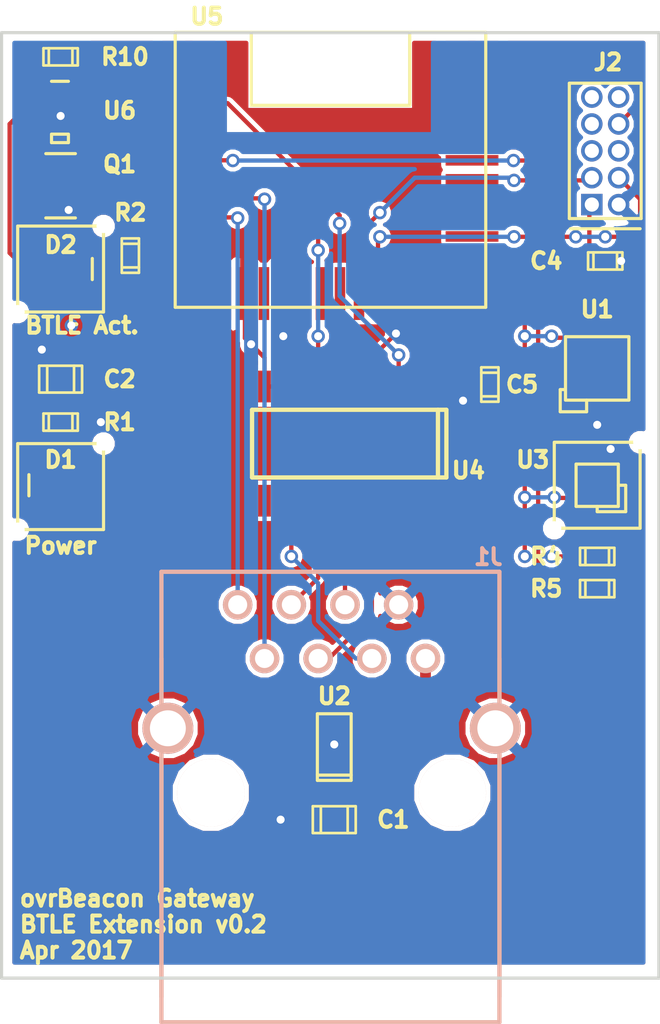
<source format=kicad_pcb>
(kicad_pcb (version 4) (host pcbnew 4.0.4-stable)

  (general
    (links 70)
    (no_connects 0)
    (area 115.770887 40.456 183.517315 104.096801)
    (thickness 1.6)
    (drawings 27)
    (tracks 198)
    (zones 0)
    (modules 23)
    (nets 21)
  )

  (page USLetter)
  (title_block
    (title "ovrBeacon Gateway - BTLE")
    (date 24-Apr-2017)
    (rev v0.2)
    (company "ovrEngineered, LLC")
  )

  (layers
    (0 F.Cu signal)
    (31 B.Cu signal)
    (36 B.SilkS user)
    (37 F.SilkS user)
    (38 B.Mask user)
    (39 F.Mask user)
    (40 Dwgs.User user hide)
    (44 Edge.Cuts user)
  )

  (setup
    (last_trace_width 0.2032)
    (user_trace_width 0.508)
    (trace_clearance 0.1778)
    (zone_clearance 0.2032)
    (zone_45_only yes)
    (trace_min 0.2032)
    (segment_width 0.15)
    (edge_width 0.15)
    (via_size 0.635)
    (via_drill 0.381)
    (via_min_size 0.635)
    (via_min_drill 0.381)
    (user_via 0.889 0.508)
    (uvia_size 0.508)
    (uvia_drill 0.127)
    (uvias_allowed no)
    (uvia_min_size 0.0508)
    (uvia_min_drill 0.127)
    (pcb_text_width 0.3)
    (pcb_text_size 1.5 1.5)
    (mod_edge_width 0.15)
    (mod_text_size 1 1)
    (mod_text_width 0.15)
    (pad_size 1.524 1.524)
    (pad_drill 0.762)
    (pad_to_mask_clearance 0.2)
    (aux_axis_origin 0 0)
    (visible_elements FFFFFF7F)
    (pcbplotparams
      (layerselection 0x010f0_80000001)
      (usegerberextensions false)
      (excludeedgelayer true)
      (linewidth 0.100000)
      (plotframeref false)
      (viasonmask false)
      (mode 1)
      (useauxorigin false)
      (hpglpennumber 1)
      (hpglpenspeed 20)
      (hpglpendiameter 15)
      (hpglpenoverlay 2)
      (psnegative false)
      (psa4output false)
      (plotreference true)
      (plotvalue true)
      (plotinvisibletext false)
      (padsonsilk false)
      (subtractmaskfromsilk false)
      (outputformat 1)
      (mirror false)
      (drillshape 0)
      (scaleselection 1)
      (outputdirectory output/))
  )

  (net 0 "")
  (net 1 +5V)
  (net 2 GND)
  (net 3 +3V3)
  (net 4 "Net-(D1-Pad2)")
  (net 5 "Net-(D2-Pad2)")
  (net 6 "Net-(J1-Pad3)")
  (net 7 "Net-(J1-Pad4)")
  (net 8 "Net-(J1-Pad5)")
  (net 9 "Net-(J1-Pad6)")
  (net 10 /BLE121-CTS)
  (net 11 /BLE121-RTS)
  (net 12 /LED_BTLE_ACT)
  (net 13 "Net-(Q1-Pad3)")
  (net 14 /SCL)
  (net 15 /SDA)
  (net 16 /BLE121-RX)
  (net 17 /BLE121-TX)
  (net 18 /~RESET)
  (net 19 /P2_1/PROG)
  (net 20 /P2_2/PROG)

  (net_class Default "This is the default net class."
    (clearance 0.1778)
    (trace_width 0.2032)
    (via_dia 0.635)
    (via_drill 0.381)
    (uvia_dia 0.508)
    (uvia_drill 0.127)
    (add_net +3V3)
    (add_net +5V)
    (add_net /BLE121-CTS)
    (add_net /BLE121-RTS)
    (add_net /BLE121-RX)
    (add_net /BLE121-TX)
    (add_net /LED_BTLE_ACT)
    (add_net /P2_1/PROG)
    (add_net /P2_2/PROG)
    (add_net /SCL)
    (add_net /SDA)
    (add_net /~RESET)
    (add_net GND)
    (add_net "Net-(D1-Pad2)")
    (add_net "Net-(D2-Pad2)")
    (add_net "Net-(J1-Pad3)")
    (add_net "Net-(J1-Pad4)")
    (add_net "Net-(J1-Pad5)")
    (add_net "Net-(J1-Pad6)")
    (add_net "Net-(Q1-Pad3)")
  )

  (module ovrEngineered:LITEON_LTR-329ALS (layer F.Cu) (tedit 58FEC1BC) (tstamp 58B3362E)
    (at 157.734 74.6125 180)
    (path /58B3A719)
    (fp_text reference U3 (at 3.048 1.2065 180) (layer F.SilkS)
      (effects (font (size 0.762 0.762) (thickness 0.1905)))
    )
    (fp_text value LITEON_LTR-329ALS (at -0.05 1.5 180) (layer F.Fab) hide
      (effects (font (size 1 1) (thickness 0.15)))
    )
    (fp_line (start -1.35 0) (end -1 0) (layer F.SilkS) (width 0.15))
    (fp_line (start -1.35 -1.25) (end -1.35 0) (layer F.SilkS) (width 0.15))
    (fp_line (start 0 -1.25) (end -1.35 -1.25) (layer F.SilkS) (width 0.15))
    (fp_line (start 0 -1) (end 0 -1.25) (layer F.SilkS) (width 0.15))
    (fp_line (start 1 -1) (end -1 -1) (layer F.SilkS) (width 0.15))
    (fp_line (start 1 1) (end 1 -1) (layer F.SilkS) (width 0.15))
    (fp_line (start -1 1) (end 1 1) (layer F.SilkS) (width 0.15))
    (fp_line (start -1 -1) (end -1 1) (layer F.SilkS) (width 0.15))
    (pad 1 smd rect (at -0.675 -0.6 180) (size 0.75 0.7) (layers F.Cu F.Mask)
      (net 3 +3V3))
    (pad 2 smd rect (at -0.675 0.6 180) (size 0.75 0.7) (layers F.Cu F.Mask)
      (net 2 GND))
    (pad 3 smd rect (at 0.675 0.6 180) (size 0.75 0.7) (layers F.Cu F.Mask)
      (net 15 /SDA))
    (pad 4 smd rect (at 0.675 -0.6 180) (size 0.75 0.7) (layers F.Cu F.Mask)
      (net 14 /SCL))
  )

  (module ovrEngineered:FET_N_1.2A_20V (layer F.Cu) (tedit 58FEB516) (tstamp 58B335CF)
    (at 132.334 60.452 270)
    (path /58B380A8)
    (fp_text reference Q1 (at -1.016 -2.794 360) (layer F.SilkS)
      (effects (font (size 0.762 0.762) (thickness 0.1905)))
    )
    (fp_text value FET_N_1.2A_20V (at 0 2.4 270) (layer F.SilkS) hide
      (effects (font (size 1 1) (thickness 0.15)))
    )
    (fp_line (start -1.52 -0.7) (end -1.52 0.7) (layer F.SilkS) (width 0.15))
    (fp_line (start 1.52 -0.7) (end 1.52 0.7) (layer F.SilkS) (width 0.15))
    (pad 1 smd rect (at -0.95 1.012 270) (size 0.802 1.2192) (layers F.Cu F.Mask)
      (net 12 /LED_BTLE_ACT))
    (pad 2 smd rect (at 0.95 1.012 270) (size 0.802 1.2192) (layers F.Cu F.Mask)
      (net 2 GND))
    (pad 3 smd rect (at 0 -1.012 270) (size 0.802 1.2192) (layers F.Cu F.Mask)
      (net 13 "Net-(Q1-Pad3)"))
  )

  (module ovrEngineered:RJ45_NOMAG_RA (layer B.Cu) (tedit 58B344CE) (tstamp 58B335C8)
    (at 149.606 82.804 180)
    (path /58B33006)
    (fp_text reference J1 (at -2.9718 4.8006 180) (layer B.SilkS)
      (effects (font (size 0.762 0.762) (thickness 0.1905)) (justify mirror))
    )
    (fp_text value CONN_RJ45_RA (at 4.2 -16.3 180) (layer B.SilkS) hide
      (effects (font (size 0.762 0.762) (thickness 0.15)) (justify mirror))
    )
    (fp_line (start -3.5 4.1) (end -3.5 -17.2) (layer B.SilkS) (width 0.2032))
    (fp_line (start -3.5 -17.2) (end 12.5 -17.2) (layer B.SilkS) (width 0.2032))
    (fp_line (start 12.5 -17.2) (end 12.5 4.1) (layer B.SilkS) (width 0.2032))
    (fp_line (start 12.5 4.1) (end -3.5 4.1) (layer B.SilkS) (width 0.2032))
    (fp_line (start -3.5 0) (end -3.5 -16) (layer B.SilkS) (width 0.2032))
    (fp_line (start 12.5 0) (end 12.5 -16) (layer B.SilkS) (width 0.2032))
    (pad 1 thru_hole circle (at 0 0 180) (size 1.397 1.397) (drill 0.9) (layers *.Cu *.Mask B.SilkS)
      (net 1 +5V))
    (pad 2 thru_hole circle (at 1.27 2.54 180) (size 1.397 1.397) (drill 0.9) (layers *.Cu *.Mask B.SilkS)
      (net 2 GND))
    (pad 3 thru_hole circle (at 2.54 0 180) (size 1.397 1.397) (drill 0.9) (layers *.Cu *.Mask B.SilkS)
      (net 6 "Net-(J1-Pad3)"))
    (pad 4 thru_hole circle (at 3.81 2.54 180) (size 1.397 1.397) (drill 0.9) (layers *.Cu *.Mask B.SilkS)
      (net 7 "Net-(J1-Pad4)"))
    (pad 5 thru_hole circle (at 5.08 0 180) (size 1.397 1.397) (drill 0.9) (layers *.Cu *.Mask B.SilkS)
      (net 8 "Net-(J1-Pad5)"))
    (pad 6 thru_hole circle (at 6.35 2.54 180) (size 1.397 1.397) (drill 0.9) (layers *.Cu *.Mask B.SilkS)
      (net 9 "Net-(J1-Pad6)"))
    (pad 7 thru_hole circle (at 7.62 0 180) (size 1.397 1.397) (drill 0.9) (layers *.Cu *.Mask B.SilkS)
      (net 10 /BLE121-CTS))
    (pad 8 thru_hole circle (at 8.89 2.54 180) (size 1.397 1.397) (drill 0.9) (layers *.Cu *.Mask B.SilkS)
      (net 11 /BLE121-RTS))
    (pad "" np_thru_hole circle (at 10.16 -6.35 180) (size 3.2 3.2) (drill 3.2) (layers *.Cu *.Mask B.SilkS))
    (pad "" np_thru_hole circle (at -1.27 -6.35 180) (size 3.2 3.2) (drill 3.2) (layers *.Cu *.Mask B.SilkS))
    (pad SH2 thru_hole circle (at 12.195 -3.3 180) (size 2.413 2.413) (drill 1.7) (layers *.Cu *.Mask B.SilkS)
      (net 2 GND))
    (pad SH1 thru_hole circle (at -3.305 -3.3 180) (size 2.413 2.413) (drill 1.7) (layers *.Cu *.Mask B.SilkS)
      (net 2 GND))
  )

  (module ovrEngineered:C_0805 (layer F.Cu) (tedit 58B34175) (tstamp 58B33594)
    (at 145.288 90.424)
    (descr "SMT capacitor, 0805")
    (path /58B33B58)
    (fp_text reference C1 (at 2.794 0 180) (layer F.SilkS)
      (effects (font (size 0.762 0.762) (thickness 0.1905)))
    )
    (fp_text value C_10uF_10v_0805 (at 0 0.9906) (layer F.SilkS) hide
      (effects (font (size 0.29972 0.29972) (thickness 0.06096)))
    )
    (fp_line (start 0.635 -0.635) (end 0.635 0.635) (layer F.SilkS) (width 0.127))
    (fp_line (start -0.635 -0.635) (end -0.635 0.6096) (layer F.SilkS) (width 0.127))
    (fp_line (start -1.016 -0.635) (end 1.016 -0.635) (layer F.SilkS) (width 0.127))
    (fp_line (start 1.016 -0.635) (end 1.016 0.635) (layer F.SilkS) (width 0.127))
    (fp_line (start 1.016 0.635) (end -1.016 0.635) (layer F.SilkS) (width 0.127))
    (fp_line (start -1.016 0.635) (end -1.016 -0.635) (layer F.SilkS) (width 0.127))
    (pad 1 smd rect (at 0.9525 0) (size 1.30048 1.4986) (layers F.Cu F.Mask)
      (net 1 +5V))
    (pad 2 smd rect (at -0.9525 0) (size 1.30048 1.4986) (layers F.Cu F.Mask)
      (net 2 GND))
    (model smd/capacitors/c_0805.wrl
      (at (xyz 0 0 0))
      (scale (xyz 1 1 1))
      (rotate (xyz 0 0 0))
    )
  )

  (module ovrEngineered:C_0805 (layer F.Cu) (tedit 58B34187) (tstamp 58B3359A)
    (at 132.334 69.596)
    (descr "SMT capacitor, 0805")
    (path /58B33DBF)
    (fp_text reference C2 (at 2.794 0 180) (layer F.SilkS)
      (effects (font (size 0.762 0.762) (thickness 0.1905)))
    )
    (fp_text value C_10uF_10v_0805 (at 0 0.9906) (layer F.SilkS) hide
      (effects (font (size 0.29972 0.29972) (thickness 0.06096)))
    )
    (fp_line (start 0.635 -0.635) (end 0.635 0.635) (layer F.SilkS) (width 0.127))
    (fp_line (start -0.635 -0.635) (end -0.635 0.6096) (layer F.SilkS) (width 0.127))
    (fp_line (start -1.016 -0.635) (end 1.016 -0.635) (layer F.SilkS) (width 0.127))
    (fp_line (start 1.016 -0.635) (end 1.016 0.635) (layer F.SilkS) (width 0.127))
    (fp_line (start 1.016 0.635) (end -1.016 0.635) (layer F.SilkS) (width 0.127))
    (fp_line (start -1.016 0.635) (end -1.016 -0.635) (layer F.SilkS) (width 0.127))
    (pad 1 smd rect (at 0.9525 0) (size 1.30048 1.4986) (layers F.Cu F.Mask)
      (net 3 +3V3))
    (pad 2 smd rect (at -0.9525 0) (size 1.30048 1.4986) (layers F.Cu F.Mask)
      (net 2 GND))
    (model smd/capacitors/c_0805.wrl
      (at (xyz 0 0 0))
      (scale (xyz 1 1 1))
      (rotate (xyz 0 0 0))
    )
  )

  (module ovrEngineered:C_0603 (layer F.Cu) (tedit 58B34189) (tstamp 58B335A6)
    (at 158.115 64.008 180)
    (descr "SMT capacitor, 0603")
    (path /58B34EB2)
    (fp_text reference C4 (at 2.794 0 180) (layer F.SilkS)
      (effects (font (size 0.762 0.762) (thickness 0.1905)))
    )
    (fp_text value C_0.1uF_10v_0603 (at 0 0.635 180) (layer F.SilkS) hide
      (effects (font (size 0.20066 0.20066) (thickness 0.04064)))
    )
    (fp_line (start 0.5588 0.4064) (end 0.5588 -0.4064) (layer F.SilkS) (width 0.127))
    (fp_line (start -0.5588 -0.381) (end -0.5588 0.4064) (layer F.SilkS) (width 0.127))
    (fp_line (start -0.8128 -0.4064) (end 0.8128 -0.4064) (layer F.SilkS) (width 0.127))
    (fp_line (start 0.8128 -0.4064) (end 0.8128 0.4064) (layer F.SilkS) (width 0.127))
    (fp_line (start 0.8128 0.4064) (end -0.8128 0.4064) (layer F.SilkS) (width 0.127))
    (fp_line (start -0.8128 0.4064) (end -0.8128 -0.4064) (layer F.SilkS) (width 0.127))
    (pad 1 smd rect (at 0.75184 0 180) (size 0.89916 1.00076) (layers F.Cu F.Mask)
      (net 3 +3V3))
    (pad 2 smd rect (at -0.75184 0 180) (size 0.89916 1.00076) (layers F.Cu F.Mask)
      (net 2 GND))
    (model smd/capacitors/c_0603.wrl
      (at (xyz 0 0 0))
      (scale (xyz 1 1 1))
      (rotate (xyz 0 0 0))
    )
  )

  (module ovrEngineered:D_0603 (layer F.Cu) (tedit 58FEB5CF) (tstamp 58B335AC)
    (at 132.334 74.6125)
    (descr "SMT diode, 0603")
    (path /58B34671)
    (fp_text reference D1 (at 0 -1.2065) (layer F.SilkS)
      (effects (font (size 0.762 0.762) (thickness 0.1905)))
    )
    (fp_text value LED_GREEN_0603 (at -2 0) (layer F.SilkS) hide
      (effects (font (size 0.20066 0.20066) (thickness 0.04064)))
    )
    (fp_line (start -1.5 -0.5) (end -1.5 0.5) (layer F.SilkS) (width 0.15))
    (pad 1 smd rect (at 0.75184 0) (size 0.89916 1.00076) (layers F.Cu F.Mask)
      (net 3 +3V3))
    (pad 2 smd rect (at -0.75184 0) (size 0.89916 1.00076) (layers F.Cu F.Mask)
      (net 4 "Net-(D1-Pad2)"))
    (model smd/capacitors/c_0603.wrl
      (at (xyz 0 0 0))
      (scale (xyz 1 1 1))
      (rotate (xyz 0 0 0))
    )
  )

  (module ovrEngineered:D_0603 (layer F.Cu) (tedit 58FEB508) (tstamp 58B335B2)
    (at 132.334 64.389 180)
    (descr "SMT diode, 0603")
    (path /58B37105)
    (fp_text reference D2 (at 0 1.143 180) (layer F.SilkS)
      (effects (font (size 0.762 0.762) (thickness 0.1905)))
    )
    (fp_text value LED_BLUE_0603 (at -2 0 180) (layer F.SilkS) hide
      (effects (font (size 0.20066 0.20066) (thickness 0.04064)))
    )
    (fp_line (start -1.5 -0.5) (end -1.5 0.5) (layer F.SilkS) (width 0.15))
    (pad 1 smd rect (at 0.75184 0 180) (size 0.89916 1.00076) (layers F.Cu F.Mask)
      (net 3 +3V3))
    (pad 2 smd rect (at -0.75184 0 180) (size 0.89916 1.00076) (layers F.Cu F.Mask)
      (net 5 "Net-(D2-Pad2)"))
    (model smd/capacitors/c_0603.wrl
      (at (xyz 0 0 0))
      (scale (xyz 1 1 1))
      (rotate (xyz 0 0 0))
    )
  )

  (module ovrEngineered:R_0603 (layer F.Cu) (tedit 58B34184) (tstamp 58B335DC)
    (at 132.334 71.628)
    (descr "SMT resistor, 0603")
    (path /58B346F6)
    (fp_text reference R1 (at 2.794 0) (layer F.SilkS)
      (effects (font (size 0.762 0.762) (thickness 0.1905)))
    )
    (fp_text value R_402_1%_0603 (at 0 0.635) (layer F.SilkS) hide
      (effects (font (size 0.20066 0.20066) (thickness 0.04064)))
    )
    (fp_line (start 0.5588 0.4064) (end 0.5588 -0.4064) (layer F.SilkS) (width 0.127))
    (fp_line (start -0.5588 -0.381) (end -0.5588 0.4064) (layer F.SilkS) (width 0.127))
    (fp_line (start -0.8128 -0.4064) (end 0.8128 -0.4064) (layer F.SilkS) (width 0.127))
    (fp_line (start 0.8128 -0.4064) (end 0.8128 0.4064) (layer F.SilkS) (width 0.127))
    (fp_line (start 0.8128 0.4064) (end -0.8128 0.4064) (layer F.SilkS) (width 0.127))
    (fp_line (start -0.8128 0.4064) (end -0.8128 -0.4064) (layer F.SilkS) (width 0.127))
    (pad 1 smd rect (at 0.75184 0) (size 0.89916 1.00076) (layers F.Cu F.Mask)
      (net 2 GND))
    (pad 2 smd rect (at -0.75184 0) (size 0.89916 1.00076) (layers F.Cu F.Mask)
      (net 4 "Net-(D1-Pad2)"))
    (model smd/capacitors/c_0603.wrl
      (at (xyz 0 0 0))
      (scale (xyz 1 1 1))
      (rotate (xyz 0 0 0))
    )
  )

  (module ovrEngineered:R_0603 (layer F.Cu) (tedit 58FEB519) (tstamp 58B335E2)
    (at 135.636 63.754 90)
    (descr "SMT resistor, 0603")
    (path /58B376E3)
    (fp_text reference R2 (at 2.032 0 180) (layer F.SilkS)
      (effects (font (size 0.762 0.762) (thickness 0.1905)))
    )
    (fp_text value R_402_1%_0603 (at 0 0.635 90) (layer F.SilkS) hide
      (effects (font (size 0.20066 0.20066) (thickness 0.04064)))
    )
    (fp_line (start 0.5588 0.4064) (end 0.5588 -0.4064) (layer F.SilkS) (width 0.127))
    (fp_line (start -0.5588 -0.381) (end -0.5588 0.4064) (layer F.SilkS) (width 0.127))
    (fp_line (start -0.8128 -0.4064) (end 0.8128 -0.4064) (layer F.SilkS) (width 0.127))
    (fp_line (start 0.8128 -0.4064) (end 0.8128 0.4064) (layer F.SilkS) (width 0.127))
    (fp_line (start 0.8128 0.4064) (end -0.8128 0.4064) (layer F.SilkS) (width 0.127))
    (fp_line (start -0.8128 0.4064) (end -0.8128 -0.4064) (layer F.SilkS) (width 0.127))
    (pad 1 smd rect (at 0.75184 0 90) (size 0.89916 1.00076) (layers F.Cu F.Mask)
      (net 13 "Net-(Q1-Pad3)"))
    (pad 2 smd rect (at -0.75184 0 90) (size 0.89916 1.00076) (layers F.Cu F.Mask)
      (net 5 "Net-(D2-Pad2)"))
    (model smd/capacitors/c_0603.wrl
      (at (xyz 0 0 0))
      (scale (xyz 1 1 1))
      (rotate (xyz 0 0 0))
    )
  )

  (module ovrEngineered:R_0603 (layer F.Cu) (tedit 58FEC1C6) (tstamp 58B335EE)
    (at 157.734 77.978)
    (descr "SMT resistor, 0603")
    (path /58B3693B)
    (fp_text reference R4 (at -2.413 0 180) (layer F.SilkS)
      (effects (font (size 0.762 0.762) (thickness 0.1905)))
    )
    (fp_text value R_10K_1%_0603 (at 0 0.635) (layer F.SilkS) hide
      (effects (font (size 0.20066 0.20066) (thickness 0.04064)))
    )
    (fp_line (start 0.5588 0.4064) (end 0.5588 -0.4064) (layer F.SilkS) (width 0.127))
    (fp_line (start -0.5588 -0.381) (end -0.5588 0.4064) (layer F.SilkS) (width 0.127))
    (fp_line (start -0.8128 -0.4064) (end 0.8128 -0.4064) (layer F.SilkS) (width 0.127))
    (fp_line (start 0.8128 -0.4064) (end 0.8128 0.4064) (layer F.SilkS) (width 0.127))
    (fp_line (start 0.8128 0.4064) (end -0.8128 0.4064) (layer F.SilkS) (width 0.127))
    (fp_line (start -0.8128 0.4064) (end -0.8128 -0.4064) (layer F.SilkS) (width 0.127))
    (pad 1 smd rect (at 0.75184 0) (size 0.89916 1.00076) (layers F.Cu F.Mask)
      (net 3 +3V3))
    (pad 2 smd rect (at -0.75184 0) (size 0.89916 1.00076) (layers F.Cu F.Mask)
      (net 14 /SCL))
    (model smd/capacitors/c_0603.wrl
      (at (xyz 0 0 0))
      (scale (xyz 1 1 1))
      (rotate (xyz 0 0 0))
    )
  )

  (module ovrEngineered:R_0603 (layer F.Cu) (tedit 58FEC1CA) (tstamp 58B335F4)
    (at 157.734 79.502)
    (descr "SMT resistor, 0603")
    (path /58B3699D)
    (fp_text reference R5 (at -2.413 0 180) (layer F.SilkS)
      (effects (font (size 0.762 0.762) (thickness 0.1905)))
    )
    (fp_text value R_10K_1%_0603 (at 0 0.635) (layer F.SilkS) hide
      (effects (font (size 0.20066 0.20066) (thickness 0.04064)))
    )
    (fp_line (start 0.5588 0.4064) (end 0.5588 -0.4064) (layer F.SilkS) (width 0.127))
    (fp_line (start -0.5588 -0.381) (end -0.5588 0.4064) (layer F.SilkS) (width 0.127))
    (fp_line (start -0.8128 -0.4064) (end 0.8128 -0.4064) (layer F.SilkS) (width 0.127))
    (fp_line (start 0.8128 -0.4064) (end 0.8128 0.4064) (layer F.SilkS) (width 0.127))
    (fp_line (start 0.8128 0.4064) (end -0.8128 0.4064) (layer F.SilkS) (width 0.127))
    (fp_line (start -0.8128 0.4064) (end -0.8128 -0.4064) (layer F.SilkS) (width 0.127))
    (pad 1 smd rect (at 0.75184 0) (size 0.89916 1.00076) (layers F.Cu F.Mask)
      (net 3 +3V3))
    (pad 2 smd rect (at -0.75184 0) (size 0.89916 1.00076) (layers F.Cu F.Mask)
      (net 15 /SDA))
    (model smd/capacitors/c_0603.wrl
      (at (xyz 0 0 0))
      (scale (xyz 1 1 1))
      (rotate (xyz 0 0 0))
    )
  )

  (module ovrEngineered:R_0603 (layer F.Cu) (tedit 58FEB497) (tstamp 58B33612)
    (at 132.334 54.356 180)
    (descr "SMT resistor, 0603")
    (path /58B34F9B)
    (fp_text reference R10 (at -3.048 0 180) (layer F.SilkS)
      (effects (font (size 0.762 0.762) (thickness 0.1905)))
    )
    (fp_text value R_10K_1%_0603 (at 0 0.635 180) (layer F.SilkS) hide
      (effects (font (size 0.20066 0.20066) (thickness 0.04064)))
    )
    (fp_line (start 0.5588 0.4064) (end 0.5588 -0.4064) (layer F.SilkS) (width 0.127))
    (fp_line (start -0.5588 -0.381) (end -0.5588 0.4064) (layer F.SilkS) (width 0.127))
    (fp_line (start -0.8128 -0.4064) (end 0.8128 -0.4064) (layer F.SilkS) (width 0.127))
    (fp_line (start 0.8128 -0.4064) (end 0.8128 0.4064) (layer F.SilkS) (width 0.127))
    (fp_line (start 0.8128 0.4064) (end -0.8128 0.4064) (layer F.SilkS) (width 0.127))
    (fp_line (start -0.8128 0.4064) (end -0.8128 -0.4064) (layer F.SilkS) (width 0.127))
    (pad 1 smd rect (at 0.75184 0 180) (size 0.89916 1.00076) (layers F.Cu F.Mask)
      (net 3 +3V3))
    (pad 2 smd rect (at -0.75184 0 180) (size 0.89916 1.00076) (layers F.Cu F.Mask)
      (net 18 /~RESET))
    (model smd/capacitors/c_0603.wrl
      (at (xyz 0 0 0))
      (scale (xyz 1 1 1))
      (rotate (xyz 0 0 0))
    )
  )

  (module ovrEngineered:SILICONLABS_SI7050 (layer F.Cu) (tedit 58FEB999) (tstamp 58B3361D)
    (at 157.734 69.088 90)
    (path /58B363FB)
    (fp_text reference U1 (at 2.794 0 360) (layer F.SilkS)
      (effects (font (size 0.762 0.762) (thickness 0.1905)))
    )
    (fp_text value SILICONLABS_SI7050 (at -0.05 2.55 90) (layer F.Fab) hide
      (effects (font (size 1 1) (thickness 0.15)))
    )
    (fp_line (start -2.05 -0.5) (end -1.5 -0.5) (layer F.SilkS) (width 0.15))
    (fp_line (start -2.05 -1.75) (end -2.05 -0.5) (layer F.SilkS) (width 0.15))
    (fp_line (start -1 -1.75) (end -2.05 -1.75) (layer F.SilkS) (width 0.15))
    (fp_line (start -1 -1.55) (end -1 -1.75) (layer F.SilkS) (width 0.15))
    (fp_line (start 1.5 -1.5) (end -1.5 -1.5) (layer F.SilkS) (width 0.15))
    (fp_line (start 1.5 1.5) (end 1.5 -1.5) (layer F.SilkS) (width 0.15))
    (fp_line (start -1.5 1.5) (end 1.5 1.5) (layer F.SilkS) (width 0.15))
    (fp_line (start -1.5 -1.5) (end -1.5 1.5) (layer F.SilkS) (width 0.15))
    (pad 1 smd rect (at -1.45 -1 90) (size 0.85 0.45) (layers F.Cu F.Mask)
      (net 15 /SDA))
    (pad 2 smd rect (at -1.45 0 90) (size 0.85 0.45) (layers F.Cu F.Mask)
      (net 2 GND))
    (pad 3 smd rect (at -1.45 1 90) (size 0.85 0.45) (layers F.Cu F.Mask))
    (pad 4 smd rect (at 1.45 1 90) (size 0.85 0.45) (layers F.Cu F.Mask))
    (pad 5 smd rect (at 1.45 0 90) (size 0.85 0.45) (layers F.Cu F.Mask)
      (net 3 +3V3))
    (pad 6 smd rect (at 1.45 -1 90) (size 0.85 0.45) (layers F.Cu F.Mask)
      (net 14 /SCL))
    (pad 7 smd rect (at 0 0 90) (size 1.6 2.5) (layers F.Cu F.Mask))
  )

  (module ovrEngineered:SOT-25-5 (layer F.Cu) (tedit 58FEB7F9) (tstamp 58B33626)
    (at 145.288 86.868 180)
    (path /58B33AF8)
    (fp_text reference U2 (at 0 2.286 180) (layer F.SilkS)
      (effects (font (size 0.762 0.762) (thickness 0.1905)))
    )
    (fp_text value TOREX_XC6210 (at 0 2.45 180) (layer F.Fab) hide
      (effects (font (size 1 1) (thickness 0.15)))
    )
    (fp_line (start 0.8 -1.7) (end 0.8 -1.4) (layer F.SilkS) (width 0.15))
    (fp_line (start -0.8 -1.7) (end 0.8 -1.7) (layer F.SilkS) (width 0.15))
    (fp_line (start -0.8 -1.45) (end -0.8 -1.7) (layer F.SilkS) (width 0.15))
    (fp_line (start 0.8 -1.45) (end -0.8 -1.45) (layer F.SilkS) (width 0.15))
    (fp_line (start 0.8 1.45) (end 0.8 -1.45) (layer F.SilkS) (width 0.15))
    (fp_line (start -0.8 1.45) (end 0.8 1.45) (layer F.SilkS) (width 0.15))
    (fp_line (start -0.8 -1.45) (end -0.8 1.45) (layer F.SilkS) (width 0.15))
    (pad 1 smd rect (at -1.2 -0.95 180) (size 1 0.7) (layers F.Cu F.Mask)
      (net 1 +5V))
    (pad 2 smd rect (at -1.2 0 180) (size 1 0.7) (layers F.Cu F.Mask)
      (net 2 GND))
    (pad 3 smd rect (at -1.2 0.95 180) (size 1 0.7) (layers F.Cu F.Mask)
      (net 1 +5V))
    (pad 4 smd rect (at 1.2 0.95 180) (size 1 0.7) (layers F.Cu F.Mask))
    (pad 5 smd rect (at 1.2 -0.95 180) (size 1 0.7) (layers F.Cu F.Mask)
      (net 3 +3V3))
  )

  (module ovrEngineered:SOIC-14 (layer F.Cu) (tedit 58B349B9) (tstamp 58B33640)
    (at 145.796 72.644 270)
    (path /58B0696A)
    (fp_text reference U4 (at 1.27 -5.842 360) (layer F.SilkS)
      (effects (font (size 0.762 0.762) (thickness 0.1905)))
    )
    (fp_text value INTERSIL_ISL32602EFBZ (at 0 5.5 270) (layer F.SilkS) hide
      (effects (font (size 1 1) (thickness 0.15)))
    )
    (fp_line (start -1.6 -4.4) (end -1.6 -4.8) (layer F.SilkS) (width 0.2032))
    (fp_line (start -1.6 -4.8) (end 1.6 -4.8) (layer F.SilkS) (width 0.2032))
    (fp_line (start 1.6 -4.8) (end 1.6 -4.4) (layer F.SilkS) (width 0.2032))
    (fp_line (start -1.6 -4.4) (end 1.6 -4.4) (layer F.SilkS) (width 0.2032))
    (fp_line (start 1.6 -4.4) (end 1.6 4.4) (layer F.SilkS) (width 0.2032))
    (fp_line (start 1.6 4.4) (end -1.6 4.4) (layer F.SilkS) (width 0.2032))
    (fp_line (start -1.6 4.4) (end -1.6 -4.4) (layer F.SilkS) (width 0.2032))
    (pad 1 smd rect (at -2.7 -3.81 270) (size 1.5 0.6) (layers F.Cu F.Mask))
    (pad 2 smd rect (at -2.7 -2.54 270) (size 1.5 0.6) (layers F.Cu F.Mask)
      (net 16 /BLE121-RX))
    (pad 3 smd rect (at -2.7 -1.27 270) (size 1.5 0.6) (layers F.Cu F.Mask)
      (net 2 GND))
    (pad 4 smd rect (at -2.7 0 270) (size 1.5 0.6) (layers F.Cu F.Mask)
      (net 3 +3V3))
    (pad 5 smd rect (at -2.7 1.27 270) (size 1.5 0.6) (layers F.Cu F.Mask)
      (net 17 /BLE121-TX))
    (pad 6 smd rect (at -2.7 2.54 270) (size 1.5 0.6) (layers F.Cu F.Mask)
      (net 2 GND))
    (pad 7 smd rect (at -2.7 3.81 270) (size 1.5 0.6) (layers F.Cu F.Mask)
      (net 2 GND))
    (pad 8 smd rect (at 2.7 3.81 270) (size 1.5 0.6) (layers F.Cu F.Mask))
    (pad 9 smd rect (at 2.7 2.54 270) (size 1.5 0.6) (layers F.Cu F.Mask)
      (net 6 "Net-(J1-Pad3)"))
    (pad 10 smd rect (at 2.7 1.27 270) (size 1.5 0.6) (layers F.Cu F.Mask)
      (net 9 "Net-(J1-Pad6)"))
    (pad 11 smd rect (at 2.7 0 270) (size 1.5 0.6) (layers F.Cu F.Mask)
      (net 7 "Net-(J1-Pad4)"))
    (pad 12 smd rect (at 2.7 -1.27 270) (size 1.5 0.6) (layers F.Cu F.Mask)
      (net 8 "Net-(J1-Pad5)"))
    (pad 13 smd rect (at 2.7 -2.54 270) (size 1.5 0.6) (layers F.Cu F.Mask))
    (pad 14 smd rect (at 2.7 -3.81 270) (size 1.5 0.6) (layers F.Cu F.Mask)
      (net 3 +3V3))
  )

  (module ovrEngineered:BLE121 (layer F.Cu) (tedit 58AF521F) (tstamp 58B33668)
    (at 138.6586 53.848)
    (path /58B3274E)
    (fp_text reference U5 (at 0.6 -1.4) (layer F.SilkS)
      (effects (font (size 0.762 0.762) (thickness 0.1905)))
    )
    (fp_text value BLUEGIGA_BLE121 (at 6.5 9.1) (layer F.Fab) hide
      (effects (font (size 1 1) (thickness 0.15)))
    )
    (fp_line (start 2.7 2.8) (end 10.2 2.8) (layer F.SilkS) (width 0.15))
    (fp_line (start 10.2 -0.65) (end 10.2 2.8) (layer F.SilkS) (width 0.15))
    (fp_line (start 2.7 -0.65) (end 2.7 2.8) (layer F.SilkS) (width 0.15))
    (fp_line (start -0.9 12.35) (end 13.8 12.35) (layer F.SilkS) (width 0.15))
    (fp_line (start 13.8 -0.65) (end 13.8 12.35) (layer F.SilkS) (width 0.15))
    (fp_line (start -0.9 -0.65) (end -0.9 12.35) (layer F.SilkS) (width 0.15))
    (fp_line (start -0.9 -0.65) (end 13.8 -0.65) (layer F.SilkS) (width 0.15))
    (pad 1 smd rect (at -0.25 0) (size 2.5 0.5) (layers F.Cu F.Mask)
      (net 2 GND))
    (pad 2 smd rect (at -0.25 0.9) (size 2.5 0.5) (layers F.Cu F.Mask)
      (net 2 GND))
    (pad 3 smd rect (at -0.25 1.8) (size 2.5 0.5) (layers F.Cu F.Mask)
      (net 2 GND))
    (pad 4 smd rect (at -0.25 2.7) (size 2.5 0.5) (layers F.Cu F.Mask)
      (net 16 /BLE121-RX))
    (pad 5 smd rect (at -0.25 3.6) (size 2.5 0.5) (layers F.Cu F.Mask))
    (pad 6 smd rect (at -0.25 4.5) (size 2.5 0.5) (layers F.Cu F.Mask))
    (pad 7 smd rect (at -0.25 5.4) (size 2.5 0.5) (layers F.Cu F.Mask)
      (net 18 /~RESET))
    (pad 8 smd rect (at -0.25 6.3) (size 2.5 0.5) (layers F.Cu F.Mask)
      (net 17 /BLE121-TX))
    (pad 9 smd rect (at -0.25 7.2) (size 2.5 0.5) (layers F.Cu F.Mask)
      (net 10 /BLE121-CTS))
    (pad 10 smd rect (at -0.25 8.1) (size 2.5 0.5) (layers F.Cu F.Mask)
      (net 11 /BLE121-RTS))
    (pad 11 smd rect (at -0.25 9) (size 2.5 0.5) (layers F.Cu F.Mask)
      (net 12 /LED_BTLE_ACT))
    (pad 12 smd rect (at -0.25 9.9) (size 2.5 0.5) (layers F.Cu F.Mask))
    (pad 13 smd rect (at 1.5 11.7) (size 0.5 2.5) (layers F.Cu F.Mask)
      (net 3 +3V3))
    (pad 14 smd rect (at 2.4 11.7) (size 0.5 2.5) (layers F.Cu F.Mask)
      (net 2 GND))
    (pad 15 smd rect (at 3.3 11.7) (size 0.5 2.5) (layers F.Cu F.Mask))
    (pad 16 smd rect (at 4.2 11.7) (size 0.5 2.5) (layers F.Cu F.Mask)
      (net 2 GND))
    (pad 17 smd rect (at 5.1 11.7) (size 0.5 2.5) (layers F.Cu F.Mask))
    (pad 18 smd rect (at 6 11.7) (size 0.5 2.5) (layers F.Cu F.Mask))
    (pad 19 smd rect (at 6.9 11.7) (size 0.5 2.5) (layers F.Cu F.Mask))
    (pad 20 smd rect (at 7.8 11.7) (size 0.5 2.5) (layers F.Cu F.Mask)
      (net 19 /P2_1/PROG))
    (pad 21 smd rect (at 8.7 11.7) (size 0.5 2.5) (layers F.Cu F.Mask)
      (net 20 /P2_2/PROG))
    (pad 22 smd rect (at 9.6 11.7) (size 0.5 2.5) (layers F.Cu F.Mask)
      (net 2 GND))
    (pad 23 smd rect (at 10.5 11.7) (size 0.5 2.5) (layers F.Cu F.Mask)
      (net 3 +3V3))
    (pad 24 smd rect (at 11.4 11.7) (size 0.5 2.5) (layers F.Cu F.Mask)
      (net 14 /SCL))
    (pad 25 smd rect (at 13.15 9.9) (size 2.5 0.5) (layers F.Cu F.Mask)
      (net 15 /SDA))
    (pad 26 smd rect (at 13.15 9) (size 2.5 0.5) (layers F.Cu F.Mask))
    (pad 27 smd rect (at 13.15 8.1) (size 2.5 0.5) (layers F.Cu F.Mask))
    (pad 28 smd rect (at 13.15 7.2) (size 2.5 0.5) (layers F.Cu F.Mask))
    (pad 29 smd rect (at 13.15 6.3) (size 2.5 0.5) (layers F.Cu F.Mask))
    (pad 30 smd rect (at 13.15 5.4) (size 2.5 0.5) (layers F.Cu F.Mask))
    (pad 31 smd rect (at 13.15 4.5) (size 2.5 0.5) (layers F.Cu F.Mask)
      (net 2 GND))
    (pad 32 smd rect (at 13.15 3.6) (size 2.5 0.5) (layers F.Cu F.Mask)
      (net 2 GND))
    (pad 33 smd rect (at 13.15 2.7) (size 2.5 0.5) (layers F.Cu F.Mask)
      (net 2 GND))
    (pad 34 smd rect (at 13.15 1.8) (size 2.5 0.5) (layers F.Cu F.Mask)
      (net 2 GND))
    (pad 35 smd rect (at 13.15 0.9) (size 2.5 0.5) (layers F.Cu F.Mask)
      (net 2 GND))
    (pad 36 smd rect (at 13.15 0) (size 2.5 0.5) (layers F.Cu F.Mask)
      (net 2 GND))
  )

  (module ovrEngineered:20021111-00010T4LF (layer F.Cu) (tedit 58B349C7) (tstamp 58B34058)
    (at 158.115 58.801 90)
    (path /58B3F393)
    (fp_text reference J2 (at 4.191 0.127 180) (layer F.SilkS)
      (effects (font (size 0.762 0.762) (thickness 0.1905)))
    )
    (fp_text value CONN_1.27MM_5X2 (at -1 -8.05 90) (layer F.Fab) hide
      (effects (font (size 1 1) (thickness 0.15)))
    )
    (fp_line (start -3.2 -1.7) (end -3.2 1.7) (layer F.SilkS) (width 0.15))
    (fp_line (start -3.2 1.7) (end 3.2 1.7) (layer F.SilkS) (width 0.15))
    (fp_line (start 3.2 1.7) (end 3.2 -1.7) (layer F.SilkS) (width 0.15))
    (fp_line (start 3.2 -1.7) (end -3.2 -1.7) (layer F.SilkS) (width 0.15))
    (pad 1 thru_hole rect (at -2.54 -0.635 90) (size 1.016 1.016) (drill 0.67) (layers *.Cu *.Mask)
      (net 3 +3V3))
    (pad 2 thru_hole circle (at -2.54 0.635 90) (size 1.016 1.016) (drill 0.67) (layers *.Cu *.Mask)
      (net 2 GND))
    (pad 3 thru_hole circle (at -1.27 -0.635 90) (size 1.016 1.016) (drill 0.67) (layers *.Cu *.Mask)
      (net 19 /P2_1/PROG))
    (pad 4 thru_hole circle (at -1.27 0.635 90) (size 1.016 1.016) (drill 0.67) (layers *.Cu *.Mask)
      (net 20 /P2_2/PROG))
    (pad 5 thru_hole circle (at 0 -0.635 90) (size 1.016 1.016) (drill 0.67) (layers *.Cu *.Mask))
    (pad 6 thru_hole circle (at 0 0.635 90) (size 1.016 1.016) (drill 0.67) (layers *.Cu *.Mask))
    (pad 7 thru_hole circle (at 1.27 -0.635 90) (size 1.016 1.016) (drill 0.67) (layers *.Cu *.Mask))
    (pad 8 thru_hole circle (at 1.27 0.635 90) (size 1.016 1.016) (drill 0.67) (layers *.Cu *.Mask)
      (net 18 /~RESET))
    (pad 9 thru_hole circle (at 2.54 -0.635 90) (size 1.016 1.016) (drill 0.67) (layers *.Cu *.Mask))
    (pad 10 thru_hole circle (at 2.54 0.635 90) (size 1.016 1.016) (drill 0.67) (layers *.Cu *.Mask))
  )

  (module ovrEngineered:C_0603 (layer F.Cu) (tedit 58FEC1BF) (tstamp 58B34CCB)
    (at 152.654 69.85 90)
    (descr "SMT capacitor, 0603")
    (path /58B44004)
    (fp_text reference C5 (at 0 1.524 180) (layer F.SilkS)
      (effects (font (size 0.762 0.762) (thickness 0.1905)))
    )
    (fp_text value C_0.1uF_10v_0603 (at 0 0.635 90) (layer F.SilkS) hide
      (effects (font (size 0.20066 0.20066) (thickness 0.04064)))
    )
    (fp_line (start 0.5588 0.4064) (end 0.5588 -0.4064) (layer F.SilkS) (width 0.127))
    (fp_line (start -0.5588 -0.381) (end -0.5588 0.4064) (layer F.SilkS) (width 0.127))
    (fp_line (start -0.8128 -0.4064) (end 0.8128 -0.4064) (layer F.SilkS) (width 0.127))
    (fp_line (start 0.8128 -0.4064) (end 0.8128 0.4064) (layer F.SilkS) (width 0.127))
    (fp_line (start 0.8128 0.4064) (end -0.8128 0.4064) (layer F.SilkS) (width 0.127))
    (fp_line (start -0.8128 0.4064) (end -0.8128 -0.4064) (layer F.SilkS) (width 0.127))
    (pad 1 smd rect (at 0.75184 0 90) (size 0.89916 1.00076) (layers F.Cu F.Mask)
      (net 3 +3V3))
    (pad 2 smd rect (at -0.75184 0 90) (size 0.89916 1.00076) (layers F.Cu F.Mask)
      (net 2 GND))
    (model smd/capacitors/c_0603.wrl
      (at (xyz 0 0 0))
      (scale (xyz 1 1 1))
      (rotate (xyz 0 0 0))
    )
  )

  (module ovrEngineered:SOT-23-3 (layer F.Cu) (tedit 58FEB494) (tstamp 58FEC57C)
    (at 133.604 57.912 90)
    (path /58FEF8AB)
    (fp_text reference U6 (at 1.016 1.524 180) (layer F.SilkS)
      (effects (font (size 0.762 0.762) (thickness 0.1905)))
    )
    (fp_text value MIC803-29D4VM3 (at -1.5 -1.3 180) (layer F.SilkS) hide
      (effects (font (size 0.762 0.762) (thickness 0.1905)))
    )
    (fp_line (start 2.4 -1.7) (end 2.4 -0.9) (layer F.SilkS) (width 0.15))
    (fp_line (start -0.5 -0.9) (end -0.5 -1.7) (layer F.SilkS) (width 0.15))
    (fp_line (start -0.5 -1.7) (end -0.1 -1.7) (layer F.SilkS) (width 0.15))
    (fp_line (start -0.1 -1.7) (end -0.1 -0.9) (layer F.SilkS) (width 0.15))
    (fp_line (start -0.1 -0.9) (end -0.5 -0.9) (layer F.SilkS) (width 0.15))
    (pad 1 smd rect (at 0 0 90) (size 0.69 0.99) (layers F.Cu F.Mask)
      (net 2 GND))
    (pad 2 smd rect (at 1.9 0 90) (size 0.69 0.99) (layers F.Cu F.Mask)
      (net 18 /~RESET))
    (pad 3 smd rect (at 0.95 -2.59 90) (size 0.69 0.99) (layers F.Cu F.Mask)
      (net 3 +3V3))
  )

  (module ovrEngineered:LIGHTPIPE_VLP-XXX locked (layer F.Cu) (tedit 58F39B65) (tstamp 58FECC9C)
    (at 132.334 64.389)
    (fp_text reference REF** (at 0 4.4704) (layer F.SilkS) hide
      (effects (font (size 0.762 0.762) (thickness 0.1905)))
    )
    (fp_text value LIGHTPIPE_VLP-XXX (at 0.0254 3.4036) (layer F.Fab) hide
      (effects (font (size 0.762 0.762) (thickness 0.1905)))
    )
    (fp_line (start 2.032 2.032) (end -2.032 2.032) (layer F.SilkS) (width 0.15))
    (fp_line (start -2.032 2.032) (end -2.032 -2.032) (layer F.SilkS) (width 0.15))
    (fp_line (start -2.032 -2.032) (end 2.032 -2.032) (layer F.SilkS) (width 0.15))
    (fp_line (start 2.032 -2.032) (end 2.032 2.032) (layer F.SilkS) (width 0.15))
    (pad "" np_thru_hole circle (at 2.032 -2.032) (size 0.6604 0.6604) (drill 0.6604) (layers *.Cu *.Mask))
    (pad "" np_thru_hole circle (at -2.032 2.032) (size 0.6604 0.6604) (drill 0.6604) (layers *.Cu *.Mask))
  )

  (module ovrEngineered:LIGHTPIPE_VLP-XXX locked (layer F.Cu) (tedit 58F39B65) (tstamp 58FECCAF)
    (at 132.334 74.676)
    (fp_text reference REF** (at 0 4.4704) (layer F.SilkS) hide
      (effects (font (size 0.762 0.762) (thickness 0.1905)))
    )
    (fp_text value LIGHTPIPE_VLP-XXX (at 0.0254 3.4036) (layer F.Fab) hide
      (effects (font (size 0.762 0.762) (thickness 0.1905)))
    )
    (fp_line (start 2.032 2.032) (end -2.032 2.032) (layer F.SilkS) (width 0.15))
    (fp_line (start -2.032 2.032) (end -2.032 -2.032) (layer F.SilkS) (width 0.15))
    (fp_line (start -2.032 -2.032) (end 2.032 -2.032) (layer F.SilkS) (width 0.15))
    (fp_line (start 2.032 -2.032) (end 2.032 2.032) (layer F.SilkS) (width 0.15))
    (pad "" np_thru_hole circle (at 2.032 -2.032) (size 0.6604 0.6604) (drill 0.6604) (layers *.Cu *.Mask))
    (pad "" np_thru_hole circle (at -2.032 2.032) (size 0.6604 0.6604) (drill 0.6604) (layers *.Cu *.Mask))
  )

  (module ovrEngineered:LIGHTPIPE_VLP-XXX locked (layer F.Cu) (tedit 58F39B65) (tstamp 58FECCC2)
    (at 157.734 74.6125)
    (fp_text reference REF** (at 0 4.4704) (layer F.SilkS) hide
      (effects (font (size 0.762 0.762) (thickness 0.1905)))
    )
    (fp_text value LIGHTPIPE_VLP-XXX (at 0.0254 3.4036) (layer F.Fab) hide
      (effects (font (size 0.762 0.762) (thickness 0.1905)))
    )
    (fp_line (start 2.032 2.032) (end -2.032 2.032) (layer F.SilkS) (width 0.15))
    (fp_line (start -2.032 2.032) (end -2.032 -2.032) (layer F.SilkS) (width 0.15))
    (fp_line (start -2.032 -2.032) (end 2.032 -2.032) (layer F.SilkS) (width 0.15))
    (fp_line (start 2.032 -2.032) (end 2.032 2.032) (layer F.SilkS) (width 0.15))
    (pad "" np_thru_hole circle (at 2.032 -2.032) (size 0.6604 0.6604) (drill 0.6604) (layers *.Cu *.Mask))
    (pad "" np_thru_hole circle (at -2.032 2.032) (size 0.6604 0.6604) (drill 0.6604) (layers *.Cu *.Mask))
  )

  (dimension 6.985 (width 0.3) (layer Dwgs.User)
    (gr_text "0.2750 in" (at 170.688 74.549) (layer Dwgs.User)
      (effects (font (size 1.5 1.5) (thickness 0.3)))
    )
    (feature1 (pts (xy 157.861 74.549) (xy 157.861 77.249)))
    (feature2 (pts (xy 164.846 74.549) (xy 164.846 77.249)))
    (crossbar (pts (xy 164.846 74.549) (xy 157.861 74.549)))
    (arrow1a (pts (xy 157.861 74.549) (xy 158.987504 73.962579)))
    (arrow1b (pts (xy 157.861 74.549) (xy 158.987504 75.135421)))
    (arrow2a (pts (xy 164.846 74.549) (xy 163.719496 73.962579)))
    (arrow2b (pts (xy 164.846 74.549) (xy 163.719496 75.135421)))
  )
  (dimension 6.985 (width 0.3) (layer Dwgs.User)
    (gr_text "0.2750 in" (at 128.778 41.656) (layer Dwgs.User)
      (effects (font (size 1.5 1.5) (thickness 0.3)))
    )
    (feature1 (pts (xy 132.334 74.549) (xy 132.334 42.766)))
    (feature2 (pts (xy 125.349 74.549) (xy 125.349 42.766)))
    (crossbar (pts (xy 125.349 45.466) (xy 132.334 45.466)))
    (arrow1a (pts (xy 132.334 45.466) (xy 131.207496 46.052421)))
    (arrow1b (pts (xy 132.334 45.466) (xy 131.207496 44.879579)))
    (arrow2a (pts (xy 125.349 45.466) (xy 126.475504 46.052421)))
    (arrow2b (pts (xy 125.349 45.466) (xy 126.475504 44.879579)))
  )
  (dimension 31.115 (width 0.3) (layer Dwgs.User)
    (gr_text "1.2250 in" (at 145.0975 48.0784) (layer Dwgs.User)
      (effects (font (size 1.5 1.5) (thickness 0.3)))
    )
    (feature1 (pts (xy 160.655 53.213) (xy 160.655 46.7284)))
    (feature2 (pts (xy 129.54 53.213) (xy 129.54 46.7284)))
    (crossbar (pts (xy 129.54 49.4284) (xy 160.655 49.4284)))
    (arrow1a (pts (xy 160.655 49.4284) (xy 159.528496 50.014821)))
    (arrow1b (pts (xy 160.655 49.4284) (xy 159.528496 48.841979)))
    (arrow2a (pts (xy 129.54 49.4284) (xy 130.666504 50.014821)))
    (arrow2b (pts (xy 129.54 49.4284) (xy 130.666504 48.841979)))
  )
  (dimension 44.704 (width 0.3) (layer Dwgs.User)
    (gr_text "1.7600 in" (at 177.9816 75.565 90) (layer Dwgs.User)
      (effects (font (size 1.5 1.5) (thickness 0.3)))
    )
    (feature1 (pts (xy 160.655 53.213) (xy 179.3316 53.213)))
    (feature2 (pts (xy 160.655 97.917) (xy 179.3316 97.917)))
    (crossbar (pts (xy 176.6316 97.917) (xy 176.6316 53.213)))
    (arrow1a (pts (xy 176.6316 53.213) (xy 177.218021 54.339504)))
    (arrow1b (pts (xy 176.6316 53.213) (xy 176.045179 54.339504)))
    (arrow2a (pts (xy 176.6316 97.917) (xy 177.218021 96.790496)))
    (arrow2b (pts (xy 176.6316 97.917) (xy 176.045179 96.790496)))
  )
  (dimension 11.684 (width 0.3) (layer Dwgs.User)
    (gr_text "0.4640 in" (at 159.004 102.6198) (layer Dwgs.User)
      (effects (font (size 1.5 1.5) (thickness 0.3)))
    )
    (feature1 (pts (xy 164.846 97.917) (xy 164.846 103.9698)))
    (feature2 (pts (xy 153.162 97.917) (xy 153.162 103.9698)))
    (crossbar (pts (xy 153.162 101.2698) (xy 164.846 101.2698)))
    (arrow1a (pts (xy 164.846 101.2698) (xy 163.719496 101.856221)))
    (arrow1b (pts (xy 164.846 101.2698) (xy 163.719496 100.683379)))
    (arrow2a (pts (xy 153.162 101.2698) (xy 154.288504 101.856221)))
    (arrow2b (pts (xy 153.162 101.2698) (xy 154.288504 100.683379)))
  )
  (dimension 11.7856 (width 0.3) (layer Dwgs.User)
    (gr_text "0.4640 in" (at 131.2418 102.7468) (layer Dwgs.User)
      (effects (font (size 1.5 1.5) (thickness 0.3)))
    )
    (feature1 (pts (xy 125.349 97.917) (xy 125.349 104.0968)))
    (feature2 (pts (xy 137.1346 97.917) (xy 137.1346 104.0968)))
    (crossbar (pts (xy 137.1346 101.3968) (xy 125.349 101.3968)))
    (arrow1a (pts (xy 125.349 101.3968) (xy 126.475504 100.810379)))
    (arrow1b (pts (xy 125.349 101.3968) (xy 126.475504 101.983221)))
    (arrow2a (pts (xy 137.1346 101.3968) (xy 136.008096 100.810379)))
    (arrow2b (pts (xy 137.1346 101.3968) (xy 136.008096 101.983221)))
  )
  (dimension 15.3162 (width 0.3) (layer Dwgs.User)
    (gr_text "0.6030 in" (at 121.3066 92.4179 90) (layer Dwgs.User)
      (effects (font (size 1.5 1.5) (thickness 0.3)))
    )
    (feature1 (pts (xy 158.115 84.7598) (xy 119.9566 84.7598)))
    (feature2 (pts (xy 158.115 100.076) (xy 119.9566 100.076)))
    (crossbar (pts (xy 122.6566 100.076) (xy 122.6566 84.7598)))
    (arrow1a (pts (xy 122.6566 84.7598) (xy 123.243021 85.886304)))
    (arrow1b (pts (xy 122.6566 84.7598) (xy 122.070179 85.886304)))
    (arrow2a (pts (xy 122.6566 100.076) (xy 123.243021 98.949496)))
    (arrow2b (pts (xy 122.6566 100.076) (xy 122.070179 98.949496)))
  )
  (dimension 10.16 (width 0.3) (layer Dwgs.User)
    (gr_text "0.4 in" (at 121.2812 69.5198 90) (layer Dwgs.User)
      (effects (font (size 1.5 1.5) (thickness 0.3)))
    )
    (feature1 (pts (xy 132.08 64.4398) (xy 119.9312 64.4398)))
    (feature2 (pts (xy 132.08 74.5998) (xy 119.9312 74.5998)))
    (crossbar (pts (xy 122.6312 74.5998) (xy 122.6312 64.4398)))
    (arrow1a (pts (xy 122.6312 64.4398) (xy 123.217621 65.566304)))
    (arrow1b (pts (xy 122.6312 64.4398) (xy 122.044779 65.566304)))
    (arrow2a (pts (xy 122.6312 74.5998) (xy 123.217621 73.473296)))
    (arrow2b (pts (xy 122.6312 74.5998) (xy 122.044779 73.473296)))
  )
  (dimension 10.16 (width 0.3) (layer Dwgs.User)
    (gr_text "0.4 in" (at 121.332 79.6798 90) (layer Dwgs.User)
      (effects (font (size 1.5 1.5) (thickness 0.3)))
    )
    (feature1 (pts (xy 132.08 74.5998) (xy 119.982 74.5998)))
    (feature2 (pts (xy 132.08 84.7598) (xy 119.982 84.7598)))
    (crossbar (pts (xy 122.682 84.7598) (xy 122.682 74.5998)))
    (arrow1a (pts (xy 122.682 74.5998) (xy 123.268421 75.726304)))
    (arrow1b (pts (xy 122.682 74.5998) (xy 122.095579 75.726304)))
    (arrow2a (pts (xy 122.682 84.7598) (xy 123.268421 83.633296)))
    (arrow2b (pts (xy 122.682 84.7598) (xy 122.095579 83.633296)))
  )
  (gr_line (start 164.846 49.3014) (end 164.846 100.076) (angle 90) (layer Dwgs.User) (width 0.15))
  (gr_line (start 125.349 100.076) (end 125.349 48.6918) (angle 90) (layer Dwgs.User) (width 0.15))
  (gr_line (start 129.54 53.213) (end 160.655 53.213) (angle 90) (layer Edge.Cuts) (width 0.15))
  (gr_line (start 129.54 97.917) (end 160.655 97.917) (angle 90) (layer Edge.Cuts) (width 0.15))
  (gr_line (start 156.464 62.484) (end 159.766 62.484) (angle 90) (layer F.SilkS) (width 0.15))
  (gr_text "ovrBeacon Gateway\nBTLE Extension v0.2\nApr 2017" (at 130.302 95.377) (layer F.SilkS)
    (effects (font (size 0.762 0.762) (thickness 0.1905)) (justify left))
  )
  (gr_line (start 160.655 53.213) (end 160.655 97.917) (angle 90) (layer Edge.Cuts) (width 0.15))
  (gr_line (start 129.54 53.213) (end 129.54 97.917) (angle 90) (layer Edge.Cuts) (width 0.15))
  (gr_text "BTLE Act." (at 133.35 67.056) (layer F.SilkS)
    (effects (font (size 0.762 0.762) (thickness 0.1905)))
  )
  (gr_text Power (at 132.334 77.47) (layer F.SilkS)
    (effects (font (size 0.762 0.762) (thickness 0.1905)))
  )
  (gr_text "Inner/Outer\nEnclosure Surface" (at 145.5928 99.8982) (layer Dwgs.User)
    (effects (font (size 0.762 0.762) (thickness 0.1905)))
  )
  (gr_line (start 125.349 100.076) (end 164.846 100.076) (angle 90) (layer Dwgs.User) (width 0.15))
  (gr_line (start 127 74.6125) (end 163.195 74.6125) (angle 90) (layer Dwgs.User) (width 0.15))
  (gr_line (start 145.0975 50.8) (end 145.0975 98.425) (angle 90) (layer Dwgs.User) (width 0.15))
  (gr_line (start 127 50.8) (end 163.195 50.8) (angle 90) (layer Dwgs.User) (width 0.15))
  (gr_line (start 163.195 98.425) (end 163.195 50.8) (angle 90) (layer Dwgs.User) (width 0.15))
  (gr_line (start 127 98.425) (end 163.195 98.425) (angle 90) (layer Dwgs.User) (width 0.15))
  (gr_line (start 127 50.8) (end 127 98.425) (angle 90) (layer Dwgs.User) (width 0.15))

  (segment (start 146.488 87.818) (end 147.259 87.818) (width 0.508) (layer F.Cu) (net 1))
  (segment (start 147.259 87.818) (end 147.828 87.249) (width 0.508) (layer F.Cu) (net 1) (tstamp 58FED2C6))
  (segment (start 147.828 85.918) (end 147.828 87.249) (width 0.508) (layer F.Cu) (net 1))
  (segment (start 147.828 87.249) (end 147.828 89.789) (width 0.508) (layer F.Cu) (net 1) (tstamp 58FED2C8))
  (segment (start 147.193 90.424) (end 146.2405 90.424) (width 0.508) (layer F.Cu) (net 1) (tstamp 58FED2C4))
  (segment (start 147.828 89.789) (end 147.193 90.424) (width 0.508) (layer F.Cu) (net 1) (tstamp 58FED2C3))
  (segment (start 149.606 82.804) (end 149.606 84.201) (width 0.508) (layer F.Cu) (net 1))
  (segment (start 147.889 85.918) (end 147.828 85.918) (width 0.508) (layer F.Cu) (net 1) (tstamp 58FED2BE))
  (segment (start 147.828 85.918) (end 146.488 85.918) (width 0.508) (layer F.Cu) (net 1) (tstamp 58FED2C1))
  (segment (start 149.606 84.201) (end 147.889 85.918) (width 0.508) (layer F.Cu) (net 1) (tstamp 58FED2BD))
  (segment (start 144.3355 90.424) (end 142.748 90.424) (width 0.508) (layer F.Cu) (net 2))
  (via (at 142.748 90.424) (size 0.635) (drill 0.381) (layers F.Cu B.Cu) (net 2))
  (segment (start 157.734 70.538) (end 157.734 71.755) (width 0.2032) (layer F.Cu) (net 2))
  (via (at 157.734 71.755) (size 0.635) (drill 0.381) (layers F.Cu B.Cu) (net 2))
  (segment (start 158.409 74.0125) (end 158.409 72.938) (width 0.2032) (layer F.Cu) (net 2))
  (via (at 158.369 72.898) (size 0.635) (drill 0.381) (layers F.Cu B.Cu) (net 2))
  (segment (start 158.409 72.938) (end 158.369 72.898) (width 0.2032) (layer F.Cu) (net 2) (tstamp 58FED3D9))
  (segment (start 152.654 70.60184) (end 151.39416 70.60184) (width 0.2032) (layer F.Cu) (net 2))
  (via (at 151.384 70.612) (size 0.635) (drill 0.381) (layers F.Cu B.Cu) (net 2))
  (segment (start 151.39416 70.60184) (end 151.384 70.612) (width 0.2032) (layer F.Cu) (net 2) (tstamp 58FED3D3))
  (segment (start 146.488 86.868) (end 145.288 86.868) (width 0.508) (layer F.Cu) (net 2))
  (via (at 145.288 86.868) (size 0.635) (drill 0.381) (layers F.Cu B.Cu) (net 2))
  (segment (start 147.066 69.944) (end 147.066 68.58) (width 0.2032) (layer F.Cu) (net 2))
  (segment (start 148.2586 67.3874) (end 148.209 67.437) (width 0.2032) (layer F.Cu) (net 2) (tstamp 58FED39D))
  (via (at 148.209 67.437) (size 0.635) (drill 0.381) (layers F.Cu B.Cu) (net 2))
  (segment (start 148.2586 67.3874) (end 148.2586 65.548) (width 0.2032) (layer F.Cu) (net 2))
  (segment (start 147.066 68.58) (end 148.209 67.437) (width 0.2032) (layer F.Cu) (net 2) (tstamp 58FED3A1))
  (segment (start 141.0586 67.564) (end 141.0586 67.6526) (width 0.2032) (layer F.Cu) (net 2))
  (segment (start 141.0586 67.6526) (end 141.351 67.945) (width 0.2032) (layer F.Cu) (net 2) (tstamp 58FED37E))
  (via (at 141.351 67.945) (size 0.635) (drill 0.381) (layers F.Cu B.Cu) (net 2))
  (via (at 142.875 67.564) (size 0.635) (drill 0.381) (layers F.Cu B.Cu) (net 2))
  (segment (start 141.986 69.944) (end 143.256 69.944) (width 0.2032) (layer F.Cu) (net 2))
  (segment (start 141.986 69.944) (end 141.986 68.58) (width 0.2032) (layer F.Cu) (net 2))
  (segment (start 141.0586 67.564) (end 141.0586 65.548) (width 0.2032) (layer F.Cu) (net 2) (tstamp 58FED37C))
  (segment (start 141.986 68.58) (end 141.0586 67.6526) (width 0.2032) (layer F.Cu) (net 2) (tstamp 58FED35A))
  (segment (start 143.256 69.944) (end 143.256 67.945) (width 0.2032) (layer F.Cu) (net 2))
  (segment (start 143.256 67.945) (end 142.875 67.564) (width 0.2032) (layer F.Cu) (net 2) (tstamp 58FED355))
  (segment (start 142.875 67.564) (end 142.8586 67.5476) (width 0.2032) (layer F.Cu) (net 2) (tstamp 58FED373))
  (segment (start 142.8586 67.5476) (end 142.8586 65.548) (width 0.2032) (layer F.Cu) (net 2) (tstamp 58FED356))
  (segment (start 133.08584 71.628) (end 134.239 71.628) (width 0.2032) (layer F.Cu) (net 2))
  (via (at 134.239 71.628) (size 0.635) (drill 0.381) (layers F.Cu B.Cu) (net 2))
  (segment (start 131.3815 69.596) (end 131.3815 68.2625) (width 0.508) (layer F.Cu) (net 2))
  (via (at 131.445 68.199) (size 0.635) (drill 0.381) (layers F.Cu B.Cu) (net 2))
  (segment (start 131.3815 68.2625) (end 131.445 68.199) (width 0.508) (layer F.Cu) (net 2) (tstamp 58FED34C))
  (segment (start 133.604 57.912) (end 133.096 57.912) (width 0.2032) (layer F.Cu) (net 2))
  (via (at 132.334 57.15) (size 0.635) (drill 0.381) (layers F.Cu B.Cu) (net 2))
  (segment (start 133.096 57.912) (end 132.334 57.15) (width 0.2032) (layer F.Cu) (net 2) (tstamp 58FED348))
  (segment (start 131.322 61.402) (end 132.522 61.402) (width 0.2032) (layer F.Cu) (net 2))
  (via (at 132.715 61.595) (size 0.635) (drill 0.381) (layers F.Cu B.Cu) (net 2))
  (segment (start 132.522 61.402) (end 132.715 61.595) (width 0.2032) (layer F.Cu) (net 2) (tstamp 58FED344))
  (via (at 158.86684 64.008) (size 0.635) (drill 0.381) (layers F.Cu B.Cu) (net 2))
  (segment (start 151.8086 57.448) (end 151.8086 58.348) (width 0.508) (layer F.Cu) (net 2))
  (segment (start 151.8086 56.548) (end 151.8086 57.448) (width 0.508) (layer F.Cu) (net 2))
  (segment (start 151.8086 55.648) (end 151.8086 56.548) (width 0.508) (layer F.Cu) (net 2))
  (segment (start 151.8086 54.748) (end 151.8086 55.648) (width 0.508) (layer F.Cu) (net 2))
  (segment (start 151.8086 53.848) (end 151.8086 54.748) (width 0.508) (layer F.Cu) (net 2))
  (segment (start 138.4086 54.748) (end 138.4086 55.648) (width 0.508) (layer F.Cu) (net 2))
  (segment (start 138.4086 53.848) (end 138.4086 54.748) (width 0.508) (layer F.Cu) (net 2))
  (segment (start 140.1586 65.548) (end 140.1586 67.3594) (width 0.2032) (layer F.Cu) (net 3))
  (segment (start 140.1586 67.3594) (end 140.081 67.437) (width 0.2032) (layer F.Cu) (net 3) (tstamp 58FED407))
  (segment (start 149.1586 65.548) (end 149.1586 67.3706) (width 0.2032) (layer F.Cu) (net 3))
  (segment (start 149.1586 67.3706) (end 149.225 67.437) (width 0.2032) (layer F.Cu) (net 3) (tstamp 58FED405))
  (segment (start 157.36316 64.008) (end 157.36316 65.03416) (width 0.2032) (layer F.Cu) (net 3))
  (segment (start 157.734 65.405) (end 157.734 67.638) (width 0.2032) (layer F.Cu) (net 3) (tstamp 58FED3E2))
  (segment (start 157.36316 65.03416) (end 157.734 65.405) (width 0.2032) (layer F.Cu) (net 3) (tstamp 58FED3E1))
  (segment (start 131.58216 64.389) (end 131.58216 65.79616) (width 0.2032) (layer F.Cu) (net 3))
  (via (at 132.842 67.056) (size 0.635) (drill 0.381) (layers F.Cu B.Cu) (net 3))
  (segment (start 131.58216 65.79616) (end 132.842 67.056) (width 0.2032) (layer F.Cu) (net 3) (tstamp 58FED3BC))
  (segment (start 131.014 56.962) (end 130.49 56.962) (width 0.2032) (layer F.Cu) (net 3))
  (segment (start 130.683 64.389) (end 131.58216 64.389) (width 0.2032) (layer F.Cu) (net 3) (tstamp 58FED32A))
  (segment (start 129.921 63.627) (end 130.683 64.389) (width 0.2032) (layer F.Cu) (net 3) (tstamp 58FED329))
  (segment (start 129.921 57.531) (end 129.921 63.627) (width 0.2032) (layer F.Cu) (net 3) (tstamp 58FED328))
  (segment (start 130.49 56.962) (end 129.921 57.531) (width 0.2032) (layer F.Cu) (net 3) (tstamp 58FED327))
  (segment (start 131.58216 54.356) (end 131.318 54.62016) (width 0.2032) (layer F.Cu) (net 3))
  (segment (start 131.318 54.62016) (end 131.318 56.658) (width 0.2032) (layer F.Cu) (net 3) (tstamp 58FED324))
  (segment (start 131.318 56.658) (end 131.014 56.962) (width 0.2032) (layer F.Cu) (net 3) (tstamp 58FED325))
  (segment (start 157.48 61.341) (end 157.36316 61.45784) (width 0.2032) (layer F.Cu) (net 3))
  (segment (start 157.36316 61.45784) (end 157.36316 64.008) (width 0.2032) (layer F.Cu) (net 3) (tstamp 58B351BC))
  (segment (start 132.83184 74.6125) (end 132.89534 74.676) (width 0.2032) (layer F.Cu) (net 3))
  (segment (start 131.58216 71.628) (end 131.58216 74.6125) (width 0.2032) (layer F.Cu) (net 4))
  (segment (start 133.08584 64.389) (end 135.51916 64.389) (width 0.2032) (layer F.Cu) (net 5))
  (segment (start 135.51916 64.389) (end 135.636 64.50584) (width 0.2032) (layer F.Cu) (net 5) (tstamp 58FECF47))
  (segment (start 147.066 82.804) (end 146.304 82.804) (width 0.2032) (layer B.Cu) (net 6))
  (segment (start 143.256 77.978) (end 143.256 75.344) (width 0.2032) (layer F.Cu) (net 6) (tstamp 58FED11E))
  (via (at 143.256 77.978) (size 0.635) (drill 0.381) (layers F.Cu B.Cu) (net 6))
  (segment (start 144.526 79.248) (end 143.256 77.978) (width 0.2032) (layer B.Cu) (net 6) (tstamp 58FED11B))
  (segment (start 144.526 81.026) (end 144.526 79.248) (width 0.2032) (layer B.Cu) (net 6) (tstamp 58FED119))
  (segment (start 146.304 82.804) (end 144.526 81.026) (width 0.2032) (layer B.Cu) (net 6) (tstamp 58FED118))
  (segment (start 145.796 75.344) (end 145.796 80.264) (width 0.2032) (layer F.Cu) (net 7))
  (segment (start 144.526 82.804) (end 145.034 82.804) (width 0.2032) (layer F.Cu) (net 8))
  (segment (start 145.034 82.804) (end 147.066 80.772) (width 0.2032) (layer F.Cu) (net 8) (tstamp 58FED114))
  (segment (start 147.066 80.772) (end 147.066 75.344) (width 0.2032) (layer F.Cu) (net 8) (tstamp 58FED115))
  (segment (start 144.526 75.344) (end 144.526 78.994) (width 0.2032) (layer F.Cu) (net 9))
  (segment (start 144.526 78.994) (end 143.256 80.264) (width 0.2032) (layer F.Cu) (net 9) (tstamp 58FED111))
  (segment (start 141.986 82.804) (end 141.986 61.087) (width 0.2032) (layer B.Cu) (net 10))
  (segment (start 141.947 61.048) (end 138.4086 61.048) (width 0.2032) (layer F.Cu) (net 10) (tstamp 58FED340))
  (segment (start 141.986 61.087) (end 141.947 61.048) (width 0.2032) (layer F.Cu) (net 10) (tstamp 58FED33F))
  (via (at 141.986 61.087) (size 0.635) (drill 0.381) (layers F.Cu B.Cu) (net 10))
  (segment (start 140.716 80.264) (end 140.716 61.976) (width 0.2032) (layer B.Cu) (net 11))
  (segment (start 140.688 61.948) (end 138.4086 61.948) (width 0.2032) (layer F.Cu) (net 11) (tstamp 58FED33B))
  (segment (start 140.716 61.976) (end 140.688 61.948) (width 0.2032) (layer F.Cu) (net 11) (tstamp 58FED33A))
  (via (at 140.716 61.976) (size 0.635) (drill 0.381) (layers F.Cu B.Cu) (net 11))
  (segment (start 138.4086 62.848) (end 136.889 62.848) (width 0.2032) (layer F.Cu) (net 12))
  (segment (start 135.194 59.502) (end 131.322 59.502) (width 0.2032) (layer F.Cu) (net 12) (tstamp 58FECF3B))
  (segment (start 136.144 60.452) (end 135.194 59.502) (width 0.2032) (layer F.Cu) (net 12) (tstamp 58FECF3A))
  (segment (start 136.144 62.103) (end 136.144 60.452) (width 0.2032) (layer F.Cu) (net 12) (tstamp 58FECF38))
  (segment (start 136.889 62.848) (end 136.144 62.103) (width 0.2032) (layer F.Cu) (net 12) (tstamp 58FECF37))
  (segment (start 135.636 63.00216) (end 135.636 61.214) (width 0.2032) (layer F.Cu) (net 13))
  (segment (start 134.874 60.452) (end 133.346 60.452) (width 0.2032) (layer F.Cu) (net 13) (tstamp 58FECF45))
  (segment (start 135.636 61.214) (end 134.874 60.452) (width 0.2032) (layer F.Cu) (net 13) (tstamp 58FECF44))
  (segment (start 156.734 67.638) (end 155.649 67.638) (width 0.2032) (layer F.Cu) (net 14))
  (via (at 154.305 67.564) (size 0.635) (drill 0.381) (layers F.Cu B.Cu) (net 14))
  (segment (start 155.575 67.564) (end 154.305 67.564) (width 0.2032) (layer B.Cu) (net 14) (tstamp 58FED2FE))
  (via (at 155.575 67.564) (size 0.635) (drill 0.381) (layers F.Cu B.Cu) (net 14))
  (segment (start 155.649 67.638) (end 155.575 67.564) (width 0.2032) (layer F.Cu) (net 14) (tstamp 58FED2FC))
  (segment (start 157.059 75.2125) (end 155.7305 75.2125) (width 0.2032) (layer F.Cu) (net 14))
  (via (at 154.305 75.184) (size 0.635) (drill 0.381) (layers F.Cu B.Cu) (net 14))
  (segment (start 155.702 75.184) (end 154.305 75.184) (width 0.2032) (layer B.Cu) (net 14) (tstamp 58FED2A5))
  (via (at 155.702 75.184) (size 0.635) (drill 0.381) (layers F.Cu B.Cu) (net 14))
  (segment (start 155.7305 75.2125) (end 155.702 75.184) (width 0.2032) (layer F.Cu) (net 14) (tstamp 58FED2A3))
  (segment (start 150.0586 65.548) (end 153.305 65.548) (width 0.2032) (layer F.Cu) (net 14))
  (segment (start 155.575 77.978) (end 156.98216 77.978) (width 0.2032) (layer F.Cu) (net 14) (tstamp 58FED2A0))
  (via (at 155.575 77.978) (size 0.635) (drill 0.381) (layers F.Cu B.Cu) (net 14))
  (segment (start 154.305 77.978) (end 155.575 77.978) (width 0.2032) (layer B.Cu) (net 14) (tstamp 58FED29D))
  (via (at 154.305 77.978) (size 0.635) (drill 0.381) (layers F.Cu B.Cu) (net 14))
  (segment (start 154.305 66.548) (end 154.305 66.929) (width 0.2032) (layer F.Cu) (net 14) (tstamp 58FED29A))
  (segment (start 154.305 66.929) (end 154.305 67.564) (width 0.2032) (layer F.Cu) (net 14) (tstamp 58FED2BB))
  (segment (start 154.305 67.564) (end 154.305 75.184) (width 0.2032) (layer F.Cu) (net 14) (tstamp 58FED303))
  (segment (start 154.305 75.184) (end 154.305 77.978) (width 0.2032) (layer F.Cu) (net 14) (tstamp 58FED2AA))
  (segment (start 153.305 65.548) (end 154.305 66.548) (width 0.2032) (layer F.Cu) (net 14) (tstamp 58FED298))
  (segment (start 150.0746 65.532) (end 150.0586 65.548) (width 0.2032) (layer F.Cu) (net 14) (tstamp 58B351B8))
  (segment (start 150.0746 65.532) (end 150.0586 65.548) (width 0.2032) (layer F.Cu) (net 14) (tstamp 58B34DAB))
  (segment (start 156.734 70.538) (end 154.94 70.538) (width 0.2032) (layer F.Cu) (net 15))
  (segment (start 157.059 74.0125) (end 154.94 74.0125) (width 0.2032) (layer F.Cu) (net 15))
  (segment (start 151.8086 63.748) (end 153.791 63.748) (width 0.2032) (layer F.Cu) (net 15))
  (segment (start 155.702 79.502) (end 156.98216 79.502) (width 0.2032) (layer F.Cu) (net 15) (tstamp 58FED1B6))
  (segment (start 154.94 78.74) (end 155.702 79.502) (width 0.2032) (layer F.Cu) (net 15) (tstamp 58FED1B5))
  (segment (start 154.94 64.897) (end 154.94 69.776) (width 0.2032) (layer F.Cu) (net 15) (tstamp 58FED1B3))
  (segment (start 154.94 69.776) (end 154.94 70.538) (width 0.2032) (layer F.Cu) (net 15) (tstamp 58FED2B2))
  (segment (start 154.94 70.538) (end 154.94 74.0125) (width 0.2032) (layer F.Cu) (net 15) (tstamp 58FED2FA))
  (segment (start 154.94 74.0125) (end 154.94 78.74) (width 0.2032) (layer F.Cu) (net 15) (tstamp 58FED2AE))
  (segment (start 153.791 63.748) (end 154.94 64.897) (width 0.2032) (layer F.Cu) (net 15) (tstamp 58FED1B1))
  (segment (start 151.8146 63.754) (end 151.8086 63.748) (width 0.2032) (layer F.Cu) (net 15) (tstamp 58B34D89))
  (segment (start 138.4086 56.548) (end 140.241 56.548) (width 0.2032) (layer F.Cu) (net 16))
  (segment (start 148.336 68.453) (end 148.336 69.944) (width 0.2032) (layer F.Cu) (net 16) (tstamp 58FED3B9))
  (via (at 148.336 68.453) (size 0.635) (drill 0.381) (layers F.Cu B.Cu) (net 16))
  (segment (start 145.542 65.659) (end 148.336 68.453) (width 0.2032) (layer B.Cu) (net 16) (tstamp 58FED3B6))
  (segment (start 145.542 62.23) (end 145.542 65.659) (width 0.2032) (layer B.Cu) (net 16) (tstamp 58FED3B5))
  (via (at 145.542 62.23) (size 0.635) (drill 0.381) (layers F.Cu B.Cu) (net 16))
  (segment (start 145.542 61.849) (end 145.542 62.23) (width 0.2032) (layer F.Cu) (net 16) (tstamp 58FED3B2))
  (segment (start 140.241 56.548) (end 145.542 61.849) (width 0.2032) (layer F.Cu) (net 16) (tstamp 58FED3B0))
  (segment (start 138.4086 60.148) (end 143.079 60.148) (width 0.2032) (layer F.Cu) (net 17))
  (segment (start 144.526 67.564) (end 144.526 69.944) (width 0.2032) (layer F.Cu) (net 17) (tstamp 58FED137))
  (via (at 144.526 67.564) (size 0.635) (drill 0.381) (layers F.Cu B.Cu) (net 17))
  (segment (start 144.526 63.5) (end 144.526 67.564) (width 0.2032) (layer B.Cu) (net 17) (tstamp 58FED134))
  (via (at 144.526 63.5) (size 0.635) (drill 0.381) (layers F.Cu B.Cu) (net 17))
  (segment (start 144.526 61.595) (end 144.526 63.5) (width 0.2032) (layer F.Cu) (net 17) (tstamp 58FED131))
  (segment (start 143.079 60.148) (end 144.526 61.595) (width 0.2032) (layer F.Cu) (net 17) (tstamp 58FED12F))
  (segment (start 133.08584 54.356) (end 133.35 54.62016) (width 0.2032) (layer F.Cu) (net 18))
  (segment (start 133.35 54.62016) (end 133.35 55.758) (width 0.2032) (layer F.Cu) (net 18) (tstamp 58FECF34))
  (segment (start 133.35 55.758) (end 133.604 56.012) (width 0.2032) (layer F.Cu) (net 18) (tstamp 58FECF35))
  (segment (start 138.4086 59.248) (end 136.84 59.248) (width 0.2032) (layer F.Cu) (net 18))
  (segment (start 136.84 59.248) (end 133.604 56.012) (width 0.2032) (layer F.Cu) (net 18) (tstamp 58FECF2E))
  (segment (start 153.7716 59.2582) (end 154.9908 59.2582) (width 0.2032) (layer F.Cu) (net 18))
  (via (at 153.7716 59.2582) (size 0.635) (drill 0.381) (layers F.Cu B.Cu) (net 18))
  (segment (start 138.4086 59.248) (end 140.4772 59.248) (width 0.2032) (layer F.Cu) (net 18))
  (segment (start 140.4772 59.248) (end 140.4874 59.2582) (width 0.2032) (layer F.Cu) (net 18) (tstamp 58B34962))
  (via (at 140.4874 59.2582) (size 0.635) (drill 0.381) (layers F.Cu B.Cu) (net 18))
  (segment (start 153.7716 59.2582) (end 140.4874 59.2582) (width 0.2032) (layer B.Cu) (net 18))
  (segment (start 159.766 56.515) (end 158.75 57.531) (width 0.2032) (layer F.Cu) (net 18) (tstamp 58B3565C))
  (segment (start 159.766 55.753) (end 159.766 56.515) (width 0.2032) (layer F.Cu) (net 18) (tstamp 58B3565A))
  (segment (start 159.385 55.372) (end 159.766 55.753) (width 0.2032) (layer F.Cu) (net 18) (tstamp 58B35658))
  (segment (start 156.591 55.372) (end 159.385 55.372) (width 0.2032) (layer F.Cu) (net 18) (tstamp 58B35655))
  (segment (start 156.21 55.753) (end 156.591 55.372) (width 0.2032) (layer F.Cu) (net 18) (tstamp 58B35654))
  (segment (start 156.21 58.039) (end 156.21 55.753) (width 0.2032) (layer F.Cu) (net 18) (tstamp 58B35651))
  (segment (start 154.9908 59.2582) (end 156.21 58.039) (width 0.2032) (layer F.Cu) (net 18) (tstamp 58B3564D))
  (segment (start 149.098 60.071) (end 153.67 60.071) (width 0.2032) (layer B.Cu) (net 19))
  (segment (start 146.4586 62.7104) (end 147.447 61.722) (width 0.2032) (layer F.Cu) (net 19) (tstamp 58B345BA))
  (via (at 147.447 61.722) (size 0.635) (drill 0.381) (layers F.Cu B.Cu) (net 19))
  (segment (start 147.447 61.722) (end 149.098 60.071) (width 0.2032) (layer B.Cu) (net 19) (tstamp 58B345C2))
  (segment (start 146.4586 65.548) (end 146.4586 62.7104) (width 0.2032) (layer F.Cu) (net 19))
  (segment (start 153.797 60.198) (end 157.353 60.198) (width 0.2032) (layer F.Cu) (net 19) (tstamp 58B35690))
  (via (at 153.797 60.198) (size 0.635) (drill 0.381) (layers F.Cu B.Cu) (net 19))
  (segment (start 153.67 60.071) (end 153.797 60.198) (width 0.2032) (layer B.Cu) (net 19) (tstamp 58B3568A))
  (segment (start 157.353 60.198) (end 157.48 60.071) (width 0.2032) (layer F.Cu) (net 19) (tstamp 58B35691))
  (segment (start 147.447 62.865) (end 153.797 62.865) (width 0.2032) (layer B.Cu) (net 20))
  (segment (start 147.3586 62.9534) (end 147.447 62.865) (width 0.2032) (layer F.Cu) (net 20) (tstamp 58B345B0))
  (via (at 147.447 62.865) (size 0.635) (drill 0.381) (layers F.Cu B.Cu) (net 20))
  (segment (start 147.3586 65.548) (end 147.3586 62.9534) (width 0.2032) (layer F.Cu) (net 20))
  (segment (start 159.766 61.087) (end 158.75 60.071) (width 0.2032) (layer F.Cu) (net 20) (tstamp 58B356F5))
  (segment (start 159.766 62.484) (end 159.766 61.087) (width 0.2032) (layer F.Cu) (net 20) (tstamp 58B356F0))
  (segment (start 159.385 62.865) (end 159.766 62.484) (width 0.2032) (layer F.Cu) (net 20) (tstamp 58B356EE))
  (segment (start 158.115 62.865) (end 159.385 62.865) (width 0.2032) (layer F.Cu) (net 20) (tstamp 58B356ED))
  (via (at 158.115 62.865) (size 0.635) (drill 0.381) (layers F.Cu B.Cu) (net 20))
  (segment (start 156.718 62.865) (end 158.115 62.865) (width 0.2032) (layer B.Cu) (net 20) (tstamp 58B356EA))
  (via (at 156.718 62.865) (size 0.635) (drill 0.381) (layers F.Cu B.Cu) (net 20))
  (segment (start 153.797 62.865) (end 156.718 62.865) (width 0.2032) (layer F.Cu) (net 20) (tstamp 58B356E7))
  (via (at 153.797 62.865) (size 0.635) (drill 0.381) (layers F.Cu B.Cu) (net 20))

  (zone (net 2) (net_name GND) (layer B.Cu) (tstamp 58B35227) (hatch edge 0.508)
    (connect_pads (clearance 0.2032))
    (min_thickness 0.2032)
    (fill yes (arc_segments 16) (thermal_gap 0.508) (thermal_bridge_width 0.508))
    (polygon
      (pts
        (xy 140.208 57.912) (xy 149.86 57.912) (xy 149.86 53.594) (xy 160.02 53.594) (xy 160.02 97.282)
        (xy 130.048 97.282) (xy 130.048 53.594) (xy 140.208 53.594)
      )
    )
    (filled_polygon
      (pts
        (xy 140.1064 57.912) (xy 140.114405 57.951528) (xy 140.137157 57.984828) (xy 140.171073 58.006652) (xy 140.208 58.0136)
        (xy 149.86 58.0136) (xy 149.899528 58.005595) (xy 149.932828 57.982843) (xy 149.954652 57.948927) (xy 149.9616 57.912)
        (xy 149.9616 53.6956) (xy 159.9184 53.6956) (xy 159.9184 71.956215) (xy 159.892863 71.945611) (xy 159.640245 71.94539)
        (xy 159.406772 72.04186) (xy 159.227987 72.220332) (xy 159.131111 72.453637) (xy 159.13089 72.706255) (xy 159.22736 72.939728)
        (xy 159.405832 73.118513) (xy 159.639137 73.215389) (xy 159.891755 73.21561) (xy 159.9184 73.2046) (xy 159.9184 97.1804)
        (xy 130.1496 97.1804) (xy 130.1496 87.408493) (xy 136.322033 87.408493) (xy 136.449597 87.686537) (xy 137.12839 87.933986)
        (xy 137.850207 87.902837) (xy 138.111707 87.794521) (xy 137.832131 88.073609) (xy 137.541532 88.77345) (xy 137.54087 89.531226)
        (xy 137.830248 90.231573) (xy 138.365609 90.767869) (xy 139.06545 91.058468) (xy 139.823226 91.05913) (xy 140.523573 90.769752)
        (xy 141.059869 90.234391) (xy 141.350468 89.53455) (xy 141.35047 89.531226) (xy 148.97087 89.531226) (xy 149.260248 90.231573)
        (xy 149.795609 90.767869) (xy 150.49545 91.058468) (xy 151.253226 91.05913) (xy 151.953573 90.769752) (xy 152.489869 90.234391)
        (xy 152.780468 89.53455) (xy 152.78113 88.776774) (xy 152.491752 88.076427) (xy 152.190041 87.774189) (xy 152.62839 87.933986)
        (xy 153.350207 87.902837) (xy 153.872403 87.686537) (xy 153.999967 87.408493) (xy 152.911 86.319526) (xy 152.896858 86.333669)
        (xy 152.681332 86.118143) (xy 152.695474 86.104) (xy 153.126526 86.104) (xy 154.215493 87.192967) (xy 154.493537 87.065403)
        (xy 154.740986 86.38661) (xy 154.709837 85.664793) (xy 154.493537 85.142597) (xy 154.215493 85.015033) (xy 153.126526 86.104)
        (xy 152.695474 86.104) (xy 151.606507 85.015033) (xy 151.328463 85.142597) (xy 151.081014 85.82139) (xy 151.112163 86.543207)
        (xy 151.328463 87.065403) (xy 151.606505 87.192966) (xy 151.495308 87.304163) (xy 151.571424 87.380279) (xy 151.25655 87.249532)
        (xy 150.498774 87.24887) (xy 149.798427 87.538248) (xy 149.262131 88.073609) (xy 148.971532 88.77345) (xy 148.97087 89.531226)
        (xy 141.35047 89.531226) (xy 141.35113 88.776774) (xy 141.061752 88.076427) (xy 140.526391 87.540131) (xy 139.82655 87.249532)
        (xy 139.068774 87.24887) (xy 138.750461 87.380394) (xy 138.826692 87.304163) (xy 138.715495 87.192966) (xy 138.993537 87.065403)
        (xy 139.240986 86.38661) (xy 139.209837 85.664793) (xy 138.993537 85.142597) (xy 138.715493 85.015033) (xy 137.626526 86.104)
        (xy 137.640669 86.118143) (xy 137.425143 86.333669) (xy 137.411 86.319526) (xy 136.322033 87.408493) (xy 130.1496 87.408493)
        (xy 130.1496 85.82139) (xy 135.581014 85.82139) (xy 135.612163 86.543207) (xy 135.828463 87.065403) (xy 136.106507 87.192967)
        (xy 137.195474 86.104) (xy 136.106507 85.015033) (xy 135.828463 85.142597) (xy 135.581014 85.82139) (xy 130.1496 85.82139)
        (xy 130.1496 84.799507) (xy 136.322033 84.799507) (xy 137.411 85.888474) (xy 138.499967 84.799507) (xy 151.822033 84.799507)
        (xy 152.911 85.888474) (xy 153.999967 84.799507) (xy 153.872403 84.521463) (xy 153.19361 84.274014) (xy 152.471793 84.305163)
        (xy 151.949597 84.521463) (xy 151.822033 84.799507) (xy 138.499967 84.799507) (xy 138.372403 84.521463) (xy 137.69361 84.274014)
        (xy 136.971793 84.305163) (xy 136.449597 84.521463) (xy 136.322033 84.799507) (xy 130.1496 84.799507) (xy 130.1496 80.462693)
        (xy 139.712526 80.462693) (xy 139.864948 80.831581) (xy 140.146934 81.114061) (xy 140.515556 81.267126) (xy 140.914693 81.267474)
        (xy 141.283581 81.115052) (xy 141.566061 80.833066) (xy 141.5796 80.80046) (xy 141.5796 81.886349) (xy 141.418419 81.952948)
        (xy 141.135939 82.234934) (xy 140.982874 82.603556) (xy 140.982526 83.002693) (xy 141.134948 83.371581) (xy 141.416934 83.654061)
        (xy 141.785556 83.807126) (xy 142.184693 83.807474) (xy 142.553581 83.655052) (xy 142.836061 83.373066) (xy 142.989126 83.004444)
        (xy 142.989474 82.605307) (xy 142.837052 82.236419) (xy 142.555066 81.953939) (xy 142.3924 81.886394) (xy 142.3924 80.801213)
        (xy 142.404948 80.831581) (xy 142.686934 81.114061) (xy 143.055556 81.267126) (xy 143.454693 81.267474) (xy 143.823581 81.115052)
        (xy 144.106061 80.833066) (xy 144.1196 80.80046) (xy 144.1196 81.026) (xy 144.150535 81.181523) (xy 144.162953 81.200107)
        (xy 144.238632 81.313368) (xy 144.726138 81.800874) (xy 144.327307 81.800526) (xy 143.958419 81.952948) (xy 143.675939 82.234934)
        (xy 143.522874 82.603556) (xy 143.522526 83.002693) (xy 143.674948 83.371581) (xy 143.956934 83.654061) (xy 144.325556 83.807126)
        (xy 144.724693 83.807474) (xy 145.093581 83.655052) (xy 145.376061 83.373066) (xy 145.529126 83.004444) (xy 145.529474 82.605307)
        (xy 145.528702 82.603438) (xy 146.016632 83.091368) (xy 146.130643 83.167549) (xy 146.214948 83.371581) (xy 146.496934 83.654061)
        (xy 146.865556 83.807126) (xy 147.264693 83.807474) (xy 147.633581 83.655052) (xy 147.916061 83.373066) (xy 148.069126 83.004444)
        (xy 148.069127 83.002693) (xy 148.602526 83.002693) (xy 148.754948 83.371581) (xy 149.036934 83.654061) (xy 149.405556 83.807126)
        (xy 149.804693 83.807474) (xy 150.173581 83.655052) (xy 150.456061 83.373066) (xy 150.609126 83.004444) (xy 150.609474 82.605307)
        (xy 150.457052 82.236419) (xy 150.175066 81.953939) (xy 149.806444 81.800874) (xy 149.407307 81.800526) (xy 149.038419 81.952948)
        (xy 148.755939 82.234934) (xy 148.602874 82.603556) (xy 148.602526 83.002693) (xy 148.069127 83.002693) (xy 148.069474 82.605307)
        (xy 147.917052 82.236419) (xy 147.635066 81.953939) (xy 147.266444 81.800874) (xy 146.867307 81.800526) (xy 146.498419 81.952948)
        (xy 146.262846 82.18811) (xy 144.9324 80.857664) (xy 144.9324 80.801213) (xy 144.944948 80.831581) (xy 145.226934 81.114061)
        (xy 145.595556 81.267126) (xy 145.994693 81.267474) (xy 146.157732 81.200107) (xy 147.615419 81.200107) (xy 147.680484 81.425519)
        (xy 148.174876 81.587958) (xy 148.693798 81.548838) (xy 148.991516 81.425519) (xy 149.056581 81.200107) (xy 148.336 80.479526)
        (xy 147.615419 81.200107) (xy 146.157732 81.200107) (xy 146.363581 81.115052) (xy 146.646061 80.833066) (xy 146.799126 80.464444)
        (xy 146.799441 80.102876) (xy 147.012042 80.102876) (xy 147.051162 80.621798) (xy 147.174481 80.919516) (xy 147.399893 80.984581)
        (xy 148.120474 80.264) (xy 148.551526 80.264) (xy 149.272107 80.984581) (xy 149.497519 80.919516) (xy 149.659958 80.425124)
        (xy 149.620838 79.906202) (xy 149.497519 79.608484) (xy 149.272107 79.543419) (xy 148.551526 80.264) (xy 148.120474 80.264)
        (xy 147.399893 79.543419) (xy 147.174481 79.608484) (xy 147.012042 80.102876) (xy 146.799441 80.102876) (xy 146.799474 80.065307)
        (xy 146.647052 79.696419) (xy 146.365066 79.413939) (xy 146.157844 79.327893) (xy 147.615419 79.327893) (xy 148.336 80.048474)
        (xy 149.056581 79.327893) (xy 148.991516 79.102481) (xy 148.497124 78.940042) (xy 147.978202 78.979162) (xy 147.680484 79.102481)
        (xy 147.615419 79.327893) (xy 146.157844 79.327893) (xy 145.996444 79.260874) (xy 145.597307 79.260526) (xy 145.228419 79.412948)
        (xy 144.945939 79.694934) (xy 144.9324 79.72754) (xy 144.9324 79.248) (xy 144.901465 79.092477) (xy 144.813368 78.960632)
        (xy 143.953976 78.10124) (xy 153.682592 78.10124) (xy 153.777132 78.330044) (xy 153.952035 78.505253) (xy 154.180674 78.600192)
        (xy 154.42824 78.600408) (xy 154.657044 78.505868) (xy 154.778725 78.3844) (xy 155.101393 78.3844) (xy 155.222035 78.505253)
        (xy 155.450674 78.600192) (xy 155.69824 78.600408) (xy 155.927044 78.505868) (xy 156.102253 78.330965) (xy 156.197192 78.102326)
        (xy 156.197408 77.85476) (xy 156.102868 77.625956) (xy 155.927965 77.450747) (xy 155.699326 77.355808) (xy 155.45176 77.355592)
        (xy 155.222956 77.450132) (xy 155.101275 77.5716) (xy 154.778607 77.5716) (xy 154.657965 77.450747) (xy 154.429326 77.355808)
        (xy 154.18176 77.355592) (xy 153.952956 77.450132) (xy 153.777747 77.625035) (xy 153.682808 77.853674) (xy 153.682592 78.10124)
        (xy 143.953976 78.10124) (xy 143.878259 78.025523) (xy 143.878408 77.85476) (xy 143.783868 77.625956) (xy 143.608965 77.450747)
        (xy 143.380326 77.355808) (xy 143.13276 77.355592) (xy 142.903956 77.450132) (xy 142.728747 77.625035) (xy 142.633808 77.853674)
        (xy 142.633592 78.10124) (xy 142.728132 78.330044) (xy 142.903035 78.505253) (xy 143.131674 78.600192) (xy 143.303606 78.600342)
        (xy 144.1196 79.416336) (xy 144.1196 79.726787) (xy 144.107052 79.696419) (xy 143.825066 79.413939) (xy 143.456444 79.260874)
        (xy 143.057307 79.260526) (xy 142.688419 79.412948) (xy 142.405939 79.694934) (xy 142.3924 79.72754) (xy 142.3924 76.770255)
        (xy 155.06689 76.770255) (xy 155.16336 77.003728) (xy 155.341832 77.182513) (xy 155.575137 77.279389) (xy 155.827755 77.27961)
        (xy 156.061228 77.18314) (xy 156.240013 77.004668) (xy 156.336889 76.771363) (xy 156.33711 76.518745) (xy 156.24064 76.285272)
        (xy 156.062168 76.106487) (xy 155.828863 76.009611) (xy 155.576245 76.00939) (xy 155.342772 76.10586) (xy 155.163987 76.284332)
        (xy 155.067111 76.517637) (xy 155.06689 76.770255) (xy 142.3924 76.770255) (xy 142.3924 75.30724) (xy 153.682592 75.30724)
        (xy 153.777132 75.536044) (xy 153.952035 75.711253) (xy 154.180674 75.806192) (xy 154.42824 75.806408) (xy 154.657044 75.711868)
        (xy 154.778725 75.5904) (xy 155.228393 75.5904) (xy 155.349035 75.711253) (xy 155.577674 75.806192) (xy 155.82524 75.806408)
        (xy 156.054044 75.711868) (xy 156.229253 75.536965) (xy 156.324192 75.308326) (xy 156.324408 75.06076) (xy 156.229868 74.831956)
        (xy 156.054965 74.656747) (xy 155.826326 74.561808) (xy 155.57876 74.561592) (xy 155.349956 74.656132) (xy 155.228275 74.7776)
        (xy 154.778607 74.7776) (xy 154.657965 74.656747) (xy 154.429326 74.561808) (xy 154.18176 74.561592) (xy 153.952956 74.656132)
        (xy 153.777747 74.831035) (xy 153.682808 75.059674) (xy 153.682592 75.30724) (xy 142.3924 75.30724) (xy 142.3924 63.62324)
        (xy 143.903592 63.62324) (xy 143.998132 63.852044) (xy 144.1196 63.973725) (xy 144.1196 67.090393) (xy 143.998747 67.211035)
        (xy 143.903808 67.439674) (xy 143.903592 67.68724) (xy 143.998132 67.916044) (xy 144.173035 68.091253) (xy 144.401674 68.186192)
        (xy 144.64924 68.186408) (xy 144.878044 68.091868) (xy 145.053253 67.916965) (xy 145.148192 67.688326) (xy 145.148408 67.44076)
        (xy 145.053868 67.211956) (xy 144.9324 67.090275) (xy 144.9324 63.973607) (xy 145.053253 63.852965) (xy 145.1356 63.654651)
        (xy 145.1356 65.659) (xy 145.166535 65.814523) (xy 145.211863 65.88236) (xy 145.254632 65.946368) (xy 147.713741 68.405477)
        (xy 147.713592 68.57624) (xy 147.808132 68.805044) (xy 147.983035 68.980253) (xy 148.211674 69.075192) (xy 148.45924 69.075408)
        (xy 148.688044 68.980868) (xy 148.863253 68.805965) (xy 148.958192 68.577326) (xy 148.958408 68.32976) (xy 148.863868 68.100956)
        (xy 148.688965 67.925747) (xy 148.460326 67.830808) (xy 148.288394 67.830658) (xy 148.144976 67.68724) (xy 153.682592 67.68724)
        (xy 153.777132 67.916044) (xy 153.952035 68.091253) (xy 154.180674 68.186192) (xy 154.42824 68.186408) (xy 154.657044 68.091868)
        (xy 154.778725 67.9704) (xy 155.101393 67.9704) (xy 155.222035 68.091253) (xy 155.450674 68.186192) (xy 155.69824 68.186408)
        (xy 155.927044 68.091868) (xy 156.102253 67.916965) (xy 156.197192 67.688326) (xy 156.197408 67.44076) (xy 156.102868 67.211956)
        (xy 155.927965 67.036747) (xy 155.699326 66.941808) (xy 155.45176 66.941592) (xy 155.222956 67.036132) (xy 155.101275 67.1576)
        (xy 154.778607 67.1576) (xy 154.657965 67.036747) (xy 154.429326 66.941808) (xy 154.18176 66.941592) (xy 153.952956 67.036132)
        (xy 153.777747 67.211035) (xy 153.682808 67.439674) (xy 153.682592 67.68724) (xy 148.144976 67.68724) (xy 145.9484 65.490664)
        (xy 145.9484 62.703607) (xy 146.069253 62.582965) (xy 146.164192 62.354326) (xy 146.164408 62.10676) (xy 146.069868 61.877956)
        (xy 145.894965 61.702747) (xy 145.666326 61.607808) (xy 145.41876 61.607592) (xy 145.189956 61.702132) (xy 145.014747 61.877035)
        (xy 144.919808 62.105674) (xy 144.919592 62.35324) (xy 145.014132 62.582044) (xy 145.1356 62.703725) (xy 145.1356 63.345762)
        (xy 145.053868 63.147956) (xy 144.878965 62.972747) (xy 144.650326 62.877808) (xy 144.40276 62.877592) (xy 144.173956 62.972132)
        (xy 143.998747 63.147035) (xy 143.903808 63.375674) (xy 143.903592 63.62324) (xy 142.3924 63.62324) (xy 142.3924 61.560607)
        (xy 142.513253 61.439965) (xy 142.608192 61.211326) (xy 142.608408 60.96376) (xy 142.513868 60.734956) (xy 142.338965 60.559747)
        (xy 142.110326 60.464808) (xy 141.86276 60.464592) (xy 141.633956 60.559132) (xy 141.458747 60.734035) (xy 141.363808 60.962674)
        (xy 141.363592 61.21024) (xy 141.458132 61.439044) (xy 141.5796 61.560725) (xy 141.5796 79.726787) (xy 141.567052 79.696419)
        (xy 141.285066 79.413939) (xy 141.1224 79.346394) (xy 141.1224 62.449607) (xy 141.243253 62.328965) (xy 141.338192 62.100326)
        (xy 141.338408 61.85276) (xy 141.243868 61.623956) (xy 141.068965 61.448747) (xy 140.840326 61.353808) (xy 140.59276 61.353592)
        (xy 140.363956 61.448132) (xy 140.188747 61.623035) (xy 140.093808 61.851674) (xy 140.093592 62.09924) (xy 140.188132 62.328044)
        (xy 140.3096 62.449725) (xy 140.3096 79.346349) (xy 140.148419 79.412948) (xy 139.865939 79.694934) (xy 139.712874 80.063556)
        (xy 139.712526 80.462693) (xy 130.1496 80.462693) (xy 130.1496 77.332285) (xy 130.175137 77.342889) (xy 130.427755 77.34311)
        (xy 130.661228 77.24664) (xy 130.840013 77.068168) (xy 130.936889 76.834863) (xy 130.93711 76.582245) (xy 130.84064 76.348772)
        (xy 130.662168 76.169987) (xy 130.428863 76.073111) (xy 130.176245 76.07289) (xy 130.1496 76.0839) (xy 130.1496 72.769755)
        (xy 133.73089 72.769755) (xy 133.82736 73.003228) (xy 134.005832 73.182013) (xy 134.239137 73.278889) (xy 134.491755 73.27911)
        (xy 134.725228 73.18264) (xy 134.904013 73.004168) (xy 135.000889 72.770863) (xy 135.00111 72.518245) (xy 134.90464 72.284772)
        (xy 134.726168 72.105987) (xy 134.492863 72.009111) (xy 134.240245 72.00889) (xy 134.006772 72.10536) (xy 133.827987 72.283832)
        (xy 133.731111 72.517137) (xy 133.73089 72.769755) (xy 130.1496 72.769755) (xy 130.1496 67.17924) (xy 132.219592 67.17924)
        (xy 132.314132 67.408044) (xy 132.489035 67.583253) (xy 132.717674 67.678192) (xy 132.96524 67.678408) (xy 133.194044 67.583868)
        (xy 133.369253 67.408965) (xy 133.464192 67.180326) (xy 133.464408 66.93276) (xy 133.369868 66.703956) (xy 133.194965 66.528747)
        (xy 132.966326 66.433808) (xy 132.71876 66.433592) (xy 132.489956 66.528132) (xy 132.314747 66.703035) (xy 132.219808 66.931674)
        (xy 132.219592 67.17924) (xy 130.1496 67.17924) (xy 130.1496 67.045285) (xy 130.175137 67.055889) (xy 130.427755 67.05611)
        (xy 130.661228 66.95964) (xy 130.840013 66.781168) (xy 130.936889 66.547863) (xy 130.93711 66.295245) (xy 130.84064 66.061772)
        (xy 130.662168 65.882987) (xy 130.428863 65.786111) (xy 130.176245 65.78589) (xy 130.1496 65.7969) (xy 130.1496 62.482755)
        (xy 133.73089 62.482755) (xy 133.82736 62.716228) (xy 134.005832 62.895013) (xy 134.239137 62.991889) (xy 134.491755 62.99211)
        (xy 134.725228 62.89564) (xy 134.904013 62.717168) (xy 135.000889 62.483863) (xy 135.00111 62.231245) (xy 134.90464 61.997772)
        (xy 134.726168 61.818987) (xy 134.492863 61.722111) (xy 134.240245 61.72189) (xy 134.006772 61.81836) (xy 133.827987 61.996832)
        (xy 133.731111 62.230137) (xy 133.73089 62.482755) (xy 130.1496 62.482755) (xy 130.1496 59.38144) (xy 139.864992 59.38144)
        (xy 139.959532 59.610244) (xy 140.134435 59.785453) (xy 140.363074 59.880392) (xy 140.61064 59.880608) (xy 140.839444 59.786068)
        (xy 140.961125 59.6646) (xy 149.098 59.6646) (xy 148.942478 59.695534) (xy 148.810632 59.783632) (xy 147.494523 61.099741)
        (xy 147.32376 61.099592) (xy 147.094956 61.194132) (xy 146.919747 61.369035) (xy 146.824808 61.597674) (xy 146.824592 61.84524)
        (xy 146.919132 62.074044) (xy 147.094035 62.249253) (xy 147.200574 62.293492) (xy 147.094956 62.337132) (xy 146.919747 62.512035)
        (xy 146.824808 62.740674) (xy 146.824592 62.98824) (xy 146.919132 63.217044) (xy 147.094035 63.392253) (xy 147.322674 63.487192)
        (xy 147.57024 63.487408) (xy 147.799044 63.392868) (xy 147.920725 63.2714) (xy 153.323393 63.2714) (xy 153.444035 63.392253)
        (xy 153.672674 63.487192) (xy 153.92024 63.487408) (xy 154.149044 63.392868) (xy 154.324253 63.217965) (xy 154.419192 62.989326)
        (xy 154.419192 62.98824) (xy 156.095592 62.98824) (xy 156.190132 63.217044) (xy 156.365035 63.392253) (xy 156.593674 63.487192)
        (xy 156.84124 63.487408) (xy 157.070044 63.392868) (xy 157.191725 63.2714) (xy 157.641393 63.2714) (xy 157.762035 63.392253)
        (xy 157.990674 63.487192) (xy 158.23824 63.487408) (xy 158.467044 63.392868) (xy 158.642253 63.217965) (xy 158.737192 62.989326)
        (xy 158.737408 62.74176) (xy 158.642868 62.512956) (xy 158.591377 62.461375) (xy 158.63457 62.474633) (xy 159.077179 62.432513)
        (xy 159.290466 62.344167) (xy 159.331849 62.138375) (xy 158.75 61.556526) (xy 158.735858 61.570669) (xy 158.520332 61.355143)
        (xy 158.534474 61.341) (xy 158.965526 61.341) (xy 159.547375 61.922849) (xy 159.753167 61.881466) (xy 159.883633 61.45643)
        (xy 159.841513 61.013821) (xy 159.753167 60.800534) (xy 159.547375 60.759151) (xy 158.965526 61.341) (xy 158.534474 61.341)
        (xy 158.520332 61.326858) (xy 158.735858 61.111332) (xy 158.75 61.125474) (xy 159.048263 60.827211) (xy 159.209813 60.76046)
        (xy 159.438657 60.532016) (xy 159.562659 60.233385) (xy 159.562941 59.910033) (xy 159.43946 59.611187) (xy 159.264474 59.435895)
        (xy 159.438657 59.262016) (xy 159.562659 58.963385) (xy 159.562941 58.640033) (xy 159.43946 58.341187) (xy 159.264474 58.165895)
        (xy 159.438657 57.992016) (xy 159.562659 57.693385) (xy 159.562941 57.370033) (xy 159.43946 57.071187) (xy 159.264474 56.895895)
        (xy 159.438657 56.722016) (xy 159.562659 56.423385) (xy 159.562941 56.100033) (xy 159.43946 55.801187) (xy 159.211016 55.572343)
        (xy 158.912385 55.448341) (xy 158.589033 55.448059) (xy 158.290187 55.57154) (xy 158.114895 55.746526) (xy 157.941016 55.572343)
        (xy 157.642385 55.448341) (xy 157.319033 55.448059) (xy 157.020187 55.57154) (xy 156.791343 55.799984) (xy 156.667341 56.098615)
        (xy 156.667059 56.421967) (xy 156.79054 56.720813) (xy 156.965526 56.896105) (xy 156.791343 57.069984) (xy 156.667341 57.368615)
        (xy 156.667059 57.691967) (xy 156.79054 57.990813) (xy 156.965526 58.166105) (xy 156.791343 58.339984) (xy 156.667341 58.638615)
        (xy 156.667059 58.961967) (xy 156.79054 59.260813) (xy 156.965526 59.436105) (xy 156.791343 59.609984) (xy 156.667341 59.908615)
        (xy 156.667059 60.231967) (xy 156.79054 60.530813) (xy 156.825035 60.565369) (xy 156.755308 60.610237) (xy 156.685713 60.712093)
        (xy 156.661229 60.833) (xy 156.661229 61.849) (xy 156.682482 61.961952) (xy 156.749237 62.065692) (xy 156.851093 62.135287)
        (xy 156.972 62.159771) (xy 157.960096 62.159771) (xy 158.042962 62.242637) (xy 157.99176 62.242592) (xy 157.762956 62.337132)
        (xy 157.641275 62.4586) (xy 157.191607 62.4586) (xy 157.070965 62.337747) (xy 156.842326 62.242808) (xy 156.59476 62.242592)
        (xy 156.365956 62.337132) (xy 156.190747 62.512035) (xy 156.095808 62.740674) (xy 156.095592 62.98824) (xy 154.419192 62.98824)
        (xy 154.419408 62.74176) (xy 154.324868 62.512956) (xy 154.149965 62.337747) (xy 153.921326 62.242808) (xy 153.67376 62.242592)
        (xy 153.444956 62.337132) (xy 153.323275 62.4586) (xy 147.920607 62.4586) (xy 147.799965 62.337747) (xy 147.693426 62.293508)
        (xy 147.799044 62.249868) (xy 147.974253 62.074965) (xy 148.069192 61.846326) (xy 148.069342 61.674394) (xy 149.266336 60.4774)
        (xy 153.239116 60.4774) (xy 153.269132 60.550044) (xy 153.444035 60.725253) (xy 153.672674 60.820192) (xy 153.92024 60.820408)
        (xy 154.149044 60.725868) (xy 154.324253 60.550965) (xy 154.419192 60.322326) (xy 154.419408 60.07476) (xy 154.324868 59.845956)
        (xy 154.194488 59.715348) (xy 154.298853 59.611165) (xy 154.393792 59.382526) (xy 154.394008 59.13496) (xy 154.299468 58.906156)
        (xy 154.124565 58.730947) (xy 153.895926 58.636008) (xy 153.64836 58.635792) (xy 153.419556 58.730332) (xy 153.297875 58.8518)
        (xy 140.961007 58.8518) (xy 140.840365 58.730947) (xy 140.611726 58.636008) (xy 140.36416 58.635792) (xy 140.135356 58.730332)
        (xy 139.960147 58.905235) (xy 139.865208 59.133874) (xy 139.864992 59.38144) (xy 130.1496 59.38144) (xy 130.1496 53.6956)
        (xy 140.1064 53.6956)
      )
    )
  )
  (zone (net 3) (net_name +3V3) (layer F.Cu) (tstamp 58FED306) (hatch edge 0.508)
    (connect_pads (clearance 0.2032))
    (min_thickness 0.2032)
    (fill yes (arc_segments 16) (thermal_gap 0.508) (thermal_bridge_width 0.508))
    (polygon
      (pts
        (xy 160.02 66.294) (xy 130.048 66.294) (xy 130.048 97.282) (xy 160.02 97.282)
      )
    )
    (filled_polygon
      (pts
        (xy 139.299 66.919257) (xy 139.391806 67.143311) (xy 139.563289 67.314794) (xy 139.787343 67.4076) (xy 139.8812 67.4076)
        (xy 140.0336 67.2552) (xy 140.0336 66.3956) (xy 140.2836 66.3956) (xy 140.2836 67.2552) (xy 140.436 67.4076)
        (xy 140.529857 67.4076) (xy 140.6522 67.356924) (xy 140.6522 67.6526) (xy 140.683135 67.808123) (xy 140.728759 67.876404)
        (xy 140.728592 68.06824) (xy 140.823132 68.297044) (xy 140.998035 68.472253) (xy 141.226674 68.567192) (xy 141.398606 68.567342)
        (xy 141.5796 68.748336) (xy 141.5796 68.903249) (xy 141.573048 68.904482) (xy 141.469308 68.971237) (xy 141.399713 69.073093)
        (xy 141.375229 69.194) (xy 141.375229 70.694) (xy 141.396482 70.806952) (xy 141.463237 70.910692) (xy 141.565093 70.980287)
        (xy 141.686 71.004771) (xy 142.286 71.004771) (xy 142.398952 70.983518) (xy 142.502692 70.916763) (xy 142.572287 70.814907)
        (xy 142.596771 70.694) (xy 142.596771 70.3504) (xy 142.645229 70.3504) (xy 142.645229 70.694) (xy 142.666482 70.806952)
        (xy 142.733237 70.910692) (xy 142.835093 70.980287) (xy 142.956 71.004771) (xy 143.556 71.004771) (xy 143.668952 70.983518)
        (xy 143.772692 70.916763) (xy 143.842287 70.814907) (xy 143.866771 70.694) (xy 143.866771 69.194) (xy 143.845518 69.081048)
        (xy 143.778763 68.977308) (xy 143.676907 68.907713) (xy 143.6624 68.904775) (xy 143.6624 67.945) (xy 143.631465 67.789477)
        (xy 143.543368 67.657632) (xy 143.497259 67.611523) (xy 143.497408 67.44076) (xy 143.402868 67.211956) (xy 143.265 67.073847)
        (xy 143.265 67.05956) (xy 143.309549 67.030894) (xy 143.387693 67.084287) (xy 143.5086 67.108771) (xy 144.0086 67.108771)
        (xy 144.121552 67.087518) (xy 144.124163 67.085838) (xy 143.998747 67.211035) (xy 143.903808 67.439674) (xy 143.903592 67.68724)
        (xy 143.998132 67.916044) (xy 144.1196 68.037725) (xy 144.1196 68.903249) (xy 144.113048 68.904482) (xy 144.009308 68.971237)
        (xy 143.939713 69.073093) (xy 143.915229 69.194) (xy 143.915229 70.694) (xy 143.936482 70.806952) (xy 144.003237 70.910692)
        (xy 144.105093 70.980287) (xy 144.226 71.004771) (xy 144.826 71.004771) (xy 144.938952 70.983518) (xy 144.952488 70.974808)
        (xy 144.979206 71.039311) (xy 145.150689 71.210794) (xy 145.374743 71.3036) (xy 145.4936 71.3036) (xy 145.646 71.1512)
        (xy 145.646 70.0964) (xy 145.6236 70.0964) (xy 145.6236 69.7916) (xy 145.646 69.7916) (xy 145.646 68.7368)
        (xy 145.4936 68.5844) (xy 145.374743 68.5844) (xy 145.150689 68.677206) (xy 144.979206 68.848689) (xy 144.953026 68.911894)
        (xy 144.946907 68.907713) (xy 144.9324 68.904775) (xy 144.9324 68.037607) (xy 145.053253 67.916965) (xy 145.148192 67.688326)
        (xy 145.148408 67.44076) (xy 145.053868 67.211956) (xy 144.94418 67.102076) (xy 145.021552 67.087518) (xy 145.109549 67.030894)
        (xy 145.187693 67.084287) (xy 145.3086 67.108771) (xy 145.8086 67.108771) (xy 145.921552 67.087518) (xy 146.009549 67.030894)
        (xy 146.087693 67.084287) (xy 146.2086 67.108771) (xy 146.7086 67.108771) (xy 146.821552 67.087518) (xy 146.909549 67.030894)
        (xy 146.987693 67.084287) (xy 147.1086 67.108771) (xy 147.6086 67.108771) (xy 147.676805 67.095938) (xy 147.586808 67.312674)
        (xy 147.586658 67.484606) (xy 146.778632 68.292632) (xy 146.690535 68.424477) (xy 146.6596 68.58) (xy 146.6596 68.903249)
        (xy 146.653048 68.904482) (xy 146.639512 68.913192) (xy 146.612794 68.848689) (xy 146.441311 68.677206) (xy 146.217257 68.5844)
        (xy 146.0984 68.5844) (xy 145.946 68.7368) (xy 145.946 69.7916) (xy 145.9684 69.7916) (xy 145.9684 70.0964)
        (xy 145.946 70.0964) (xy 145.946 71.1512) (xy 146.0984 71.3036) (xy 146.217257 71.3036) (xy 146.441311 71.210794)
        (xy 146.612794 71.039311) (xy 146.638974 70.976106) (xy 146.645093 70.980287) (xy 146.766 71.004771) (xy 147.366 71.004771)
        (xy 147.478952 70.983518) (xy 147.582692 70.916763) (xy 147.652287 70.814907) (xy 147.676771 70.694) (xy 147.676771 69.194)
        (xy 147.655518 69.081048) (xy 147.588763 68.977308) (xy 147.486907 68.907713) (xy 147.4724 68.904775) (xy 147.4724 68.748336)
        (xy 147.713652 68.507084) (xy 147.713592 68.57624) (xy 147.808132 68.805044) (xy 147.913518 68.910614) (xy 147.819308 68.971237)
        (xy 147.749713 69.073093) (xy 147.725229 69.194) (xy 147.725229 70.694) (xy 147.746482 70.806952) (xy 147.813237 70.910692)
        (xy 147.915093 70.980287) (xy 148.036 71.004771) (xy 148.636 71.004771) (xy 148.748952 70.983518) (xy 148.852692 70.916763)
        (xy 148.922287 70.814907) (xy 148.946771 70.694) (xy 148.946771 69.194) (xy 148.995229 69.194) (xy 148.995229 70.694)
        (xy 149.016482 70.806952) (xy 149.083237 70.910692) (xy 149.185093 70.980287) (xy 149.306 71.004771) (xy 149.906 71.004771)
        (xy 150.018952 70.983518) (xy 150.122692 70.916763) (xy 150.192287 70.814907) (xy 150.208419 70.73524) (xy 150.761592 70.73524)
        (xy 150.856132 70.964044) (xy 151.031035 71.139253) (xy 151.259674 71.234192) (xy 151.50724 71.234408) (xy 151.736044 71.139868)
        (xy 151.842849 71.03325) (xy 151.842849 71.05142) (xy 151.864102 71.164372) (xy 151.930857 71.268112) (xy 152.032713 71.337707)
        (xy 152.15362 71.362191) (xy 153.15438 71.362191) (xy 153.267332 71.340938) (xy 153.371072 71.274183) (xy 153.440667 71.172327)
        (xy 153.465151 71.05142) (xy 153.465151 70.15226) (xy 153.452335 70.084149) (xy 153.499691 70.064534) (xy 153.671174 69.893051)
        (xy 153.76398 69.668997) (xy 153.76398 69.40296) (xy 153.61158 69.25056) (xy 152.8064 69.25056) (xy 152.8064 69.27056)
        (xy 152.5016 69.27056) (xy 152.5016 69.25056) (xy 151.69642 69.25056) (xy 151.54402 69.40296) (xy 151.54402 69.668997)
        (xy 151.636826 69.893051) (xy 151.808309 70.064534) (xy 151.856566 70.084523) (xy 151.842849 70.15226) (xy 151.842849 70.190816)
        (xy 151.736965 70.084747) (xy 151.508326 69.989808) (xy 151.26076 69.989592) (xy 151.031956 70.084132) (xy 150.856747 70.259035)
        (xy 150.761808 70.487674) (xy 150.761592 70.73524) (xy 150.208419 70.73524) (xy 150.216771 70.694) (xy 150.216771 69.194)
        (xy 150.195518 69.081048) (xy 150.128763 68.977308) (xy 150.026907 68.907713) (xy 149.906 68.883229) (xy 149.306 68.883229)
        (xy 149.193048 68.904482) (xy 149.089308 68.971237) (xy 149.019713 69.073093) (xy 148.995229 69.194) (xy 148.946771 69.194)
        (xy 148.925518 69.081048) (xy 148.858763 68.977308) (xy 148.759531 68.909506) (xy 148.863253 68.805965) (xy 148.958192 68.577326)
        (xy 148.958235 68.527323) (xy 151.54402 68.527323) (xy 151.54402 68.79336) (xy 151.69642 68.94576) (xy 152.5016 68.94576)
        (xy 152.5016 68.19138) (xy 152.8064 68.19138) (xy 152.8064 68.94576) (xy 153.61158 68.94576) (xy 153.76398 68.79336)
        (xy 153.76398 68.527323) (xy 153.671174 68.303269) (xy 153.499691 68.131786) (xy 153.275637 68.03898) (xy 152.9588 68.03898)
        (xy 152.8064 68.19138) (xy 152.5016 68.19138) (xy 152.3492 68.03898) (xy 152.032363 68.03898) (xy 151.808309 68.131786)
        (xy 151.636826 68.303269) (xy 151.54402 68.527323) (xy 148.958235 68.527323) (xy 148.958408 68.32976) (xy 148.863868 68.100956)
        (xy 148.688965 67.925747) (xy 148.6263 67.899726) (xy 148.736253 67.789965) (xy 148.831192 67.561326) (xy 148.831326 67.4076)
        (xy 148.8812 67.4076) (xy 149.0336 67.2552) (xy 149.0336 66.3956) (xy 149.2836 66.3956) (xy 149.2836 67.2552)
        (xy 149.436 67.4076) (xy 149.529857 67.4076) (xy 149.753911 67.314794) (xy 149.925394 67.143311) (xy 149.939701 67.108771)
        (xy 150.3086 67.108771) (xy 150.421552 67.087518) (xy 150.525292 67.020763) (xy 150.594887 66.918907) (xy 150.619371 66.798)
        (xy 150.619371 66.3956) (xy 153.577863 66.3956) (xy 153.8986 66.716337) (xy 153.8986 67.090393) (xy 153.777747 67.211035)
        (xy 153.682808 67.439674) (xy 153.682592 67.68724) (xy 153.777132 67.916044) (xy 153.8986 68.037725) (xy 153.8986 74.710393)
        (xy 153.777747 74.831035) (xy 153.682808 75.059674) (xy 153.682592 75.30724) (xy 153.777132 75.536044) (xy 153.8986 75.657725)
        (xy 153.8986 77.504393) (xy 153.777747 77.625035) (xy 153.682808 77.853674) (xy 153.682592 78.10124) (xy 153.777132 78.330044)
        (xy 153.952035 78.505253) (xy 154.180674 78.600192) (xy 154.42824 78.600408) (xy 154.5336 78.556874) (xy 154.5336 78.74)
        (xy 154.564535 78.895523) (xy 154.635428 79.00162) (xy 154.652632 79.027368) (xy 155.414632 79.789368) (xy 155.546477 79.877465)
        (xy 155.702 79.9084) (xy 156.221809 79.9084) (xy 156.221809 80.00238) (xy 156.243062 80.115332) (xy 156.309817 80.219072)
        (xy 156.411673 80.288667) (xy 156.53258 80.313151) (xy 157.43174 80.313151) (xy 157.499851 80.300335) (xy 157.519466 80.347691)
        (xy 157.690949 80.519174) (xy 157.915003 80.61198) (xy 158.18104 80.61198) (xy 158.33344 80.45958) (xy 158.33344 79.6544)
        (xy 158.63824 79.6544) (xy 158.63824 80.45958) (xy 158.79064 80.61198) (xy 159.056677 80.61198) (xy 159.280731 80.519174)
        (xy 159.452214 80.347691) (xy 159.54502 80.123637) (xy 159.54502 79.8068) (xy 159.39262 79.6544) (xy 158.63824 79.6544)
        (xy 158.33344 79.6544) (xy 158.31344 79.6544) (xy 158.31344 79.3496) (xy 158.33344 79.3496) (xy 158.33344 78.1304)
        (xy 158.63824 78.1304) (xy 158.63824 79.3496) (xy 159.39262 79.3496) (xy 159.54502 79.1972) (xy 159.54502 78.880363)
        (xy 159.48688 78.74) (xy 159.54502 78.599637) (xy 159.54502 78.2828) (xy 159.39262 78.1304) (xy 158.63824 78.1304)
        (xy 158.33344 78.1304) (xy 158.31344 78.1304) (xy 158.31344 77.8256) (xy 158.33344 77.8256) (xy 158.33344 77.02042)
        (xy 158.63824 77.02042) (xy 158.63824 77.8256) (xy 159.39262 77.8256) (xy 159.54502 77.6732) (xy 159.54502 77.356363)
        (xy 159.452214 77.132309) (xy 159.280731 76.960826) (xy 159.056677 76.86802) (xy 158.79064 76.86802) (xy 158.63824 77.02042)
        (xy 158.33344 77.02042) (xy 158.18104 76.86802) (xy 157.915003 76.86802) (xy 157.690949 76.960826) (xy 157.519466 77.132309)
        (xy 157.499477 77.180566) (xy 157.43174 77.166849) (xy 156.53258 77.166849) (xy 156.419628 77.188102) (xy 156.315888 77.254857)
        (xy 156.246293 77.356713) (xy 156.221809 77.47762) (xy 156.221809 77.5716) (xy 156.048607 77.5716) (xy 155.927965 77.450747)
        (xy 155.699326 77.355808) (xy 155.45176 77.355592) (xy 155.3464 77.399126) (xy 155.3464 77.18441) (xy 155.575137 77.279389)
        (xy 155.827755 77.27961) (xy 156.061228 77.18314) (xy 156.240013 77.004668) (xy 156.336889 76.771363) (xy 156.33711 76.518745)
        (xy 156.24064 76.285272) (xy 156.062168 76.106487) (xy 155.828863 76.009611) (xy 155.576245 76.00939) (xy 155.3464 76.104361)
        (xy 155.3464 75.708613) (xy 155.349035 75.711253) (xy 155.577674 75.806192) (xy 155.82524 75.806408) (xy 156.054044 75.711868)
        (xy 156.147175 75.6189) (xy 156.383841 75.6189) (xy 156.394482 75.675452) (xy 156.461237 75.779192) (xy 156.563093 75.848787)
        (xy 156.684 75.873271) (xy 157.434 75.873271) (xy 157.497917 75.861244) (xy 157.517206 75.907811) (xy 157.688689 76.079294)
        (xy 157.912743 76.1721) (xy 158.1042 76.1721) (xy 158.2566 76.0197) (xy 158.2566 75.3649) (xy 158.5614 75.3649)
        (xy 158.5614 76.0197) (xy 158.7138 76.1721) (xy 158.905257 76.1721) (xy 159.129311 76.079294) (xy 159.300794 75.907811)
        (xy 159.3936 75.683757) (xy 159.3936 75.5173) (xy 159.2412 75.3649) (xy 158.5614 75.3649) (xy 158.2566 75.3649)
        (xy 158.2366 75.3649) (xy 158.2366 75.0601) (xy 158.2566 75.0601) (xy 158.2566 75.0401) (xy 158.5614 75.0401)
        (xy 158.5614 75.0601) (xy 159.2412 75.0601) (xy 159.3936 74.9077) (xy 159.3936 74.741243) (xy 159.300794 74.517189)
        (xy 159.129311 74.345706) (xy 159.094771 74.331399) (xy 159.094771 73.6625) (xy 159.073518 73.549548) (xy 159.006763 73.445808)
        (xy 158.904907 73.376213) (xy 158.8154 73.358088) (xy 158.8154 73.331677) (xy 158.896253 73.250965) (xy 158.991192 73.022326)
        (xy 158.991408 72.77476) (xy 158.896868 72.545956) (xy 158.721965 72.370747) (xy 158.493326 72.275808) (xy 158.24576 72.275592)
        (xy 158.016956 72.370132) (xy 157.841747 72.545035) (xy 157.746808 72.773674) (xy 157.746592 73.02124) (xy 157.841132 73.250044)
        (xy 157.957086 73.366201) (xy 157.921048 73.372982) (xy 157.817308 73.439737) (xy 157.747713 73.541593) (xy 157.734395 73.607358)
        (xy 157.723518 73.549548) (xy 157.656763 73.445808) (xy 157.554907 73.376213) (xy 157.434 73.351729) (xy 156.684 73.351729)
        (xy 156.571048 73.372982) (xy 156.467308 73.439737) (xy 156.397713 73.541593) (xy 156.38465 73.6061) (xy 155.3464 73.6061)
        (xy 155.3464 70.9444) (xy 156.198229 70.9444) (xy 156.198229 70.963) (xy 156.219482 71.075952) (xy 156.286237 71.179692)
        (xy 156.388093 71.249287) (xy 156.509 71.273771) (xy 156.959 71.273771) (xy 157.071952 71.252518) (xy 157.175692 71.185763)
        (xy 157.234634 71.099499) (xy 157.286237 71.179692) (xy 157.3276 71.207954) (xy 157.3276 71.281393) (xy 157.206747 71.402035)
        (xy 157.111808 71.630674) (xy 157.111592 71.87824) (xy 157.206132 72.107044) (xy 157.381035 72.282253) (xy 157.609674 72.377192)
        (xy 157.85724 72.377408) (xy 158.086044 72.282868) (xy 158.261253 72.107965) (xy 158.356192 71.879326) (xy 158.356408 71.63176)
        (xy 158.261868 71.402956) (xy 158.1404 71.281275) (xy 158.1404 71.208473) (xy 158.175692 71.185763) (xy 158.234634 71.099499)
        (xy 158.286237 71.179692) (xy 158.388093 71.249287) (xy 158.509 71.273771) (xy 158.959 71.273771) (xy 159.071952 71.252518)
        (xy 159.175692 71.185763) (xy 159.245287 71.083907) (xy 159.269771 70.963) (xy 159.269771 70.113) (xy 159.254525 70.031975)
        (xy 159.270287 70.008907) (xy 159.294771 69.888) (xy 159.294771 68.288) (xy 159.273518 68.175048) (xy 159.253409 68.143798)
        (xy 159.269771 68.063) (xy 159.269771 67.213) (xy 159.248518 67.100048) (xy 159.181763 66.996308) (xy 159.079907 66.926713)
        (xy 158.959 66.902229) (xy 158.509 66.902229) (xy 158.491467 66.905528) (xy 158.475794 66.867689) (xy 158.304311 66.696206)
        (xy 158.080257 66.6034) (xy 157.9989 66.6034) (xy 157.8465 66.7558) (xy 157.8465 67.4856) (xy 157.9064 67.4856)
        (xy 157.9064 67.7904) (xy 157.8465 67.7904) (xy 157.8465 67.8104) (xy 157.6215 67.8104) (xy 157.6215 67.7904)
        (xy 157.5616 67.7904) (xy 157.5616 67.4856) (xy 157.6215 67.4856) (xy 157.6215 66.7558) (xy 157.4691 66.6034)
        (xy 157.387743 66.6034) (xy 157.163689 66.696206) (xy 156.992206 66.867689) (xy 156.976437 66.90576) (xy 156.959 66.902229)
        (xy 156.509 66.902229) (xy 156.396048 66.923482) (xy 156.292308 66.990237) (xy 156.222713 67.092093) (xy 156.198229 67.213)
        (xy 156.198229 67.2316) (xy 156.110985 67.2316) (xy 156.102868 67.211956) (xy 155.927965 67.036747) (xy 155.699326 66.941808)
        (xy 155.45176 66.941592) (xy 155.3464 66.985126) (xy 155.3464 66.3956) (xy 159.9184 66.3956) (xy 159.9184 71.956215)
        (xy 159.892863 71.945611) (xy 159.640245 71.94539) (xy 159.406772 72.04186) (xy 159.227987 72.220332) (xy 159.131111 72.453637)
        (xy 159.13089 72.706255) (xy 159.22736 72.939728) (xy 159.405832 73.118513) (xy 159.639137 73.215389) (xy 159.891755 73.21561)
        (xy 159.9184 73.2046) (xy 159.9184 97.1804) (xy 130.1496 97.1804) (xy 130.1496 89.531226) (xy 137.54087 89.531226)
        (xy 137.830248 90.231573) (xy 138.365609 90.767869) (xy 139.06545 91.058468) (xy 139.823226 91.05913) (xy 140.523573 90.769752)
        (xy 140.746473 90.54724) (xy 142.125592 90.54724) (xy 142.220132 90.776044) (xy 142.395035 90.951253) (xy 142.623674 91.046192)
        (xy 142.87124 91.046408) (xy 143.025183 90.9828) (xy 143.374489 90.9828) (xy 143.374489 91.1733) (xy 143.395742 91.286252)
        (xy 143.462497 91.389992) (xy 143.564353 91.459587) (xy 143.68526 91.484071) (xy 144.98574 91.484071) (xy 145.098692 91.462818)
        (xy 145.202432 91.396063) (xy 145.272027 91.294207) (xy 145.287688 91.216872) (xy 145.300742 91.286252) (xy 145.367497 91.389992)
        (xy 145.469353 91.459587) (xy 145.59026 91.484071) (xy 146.89074 91.484071) (xy 147.003692 91.462818) (xy 147.107432 91.396063)
        (xy 147.177027 91.294207) (xy 147.201511 91.1733) (xy 147.201511 90.981107) (xy 147.406844 90.940264) (xy 147.588131 90.819131)
        (xy 148.223132 90.184131) (xy 148.344265 90.002843) (xy 148.3868 89.789) (xy 148.3868 89.531226) (xy 148.97087 89.531226)
        (xy 149.260248 90.231573) (xy 149.795609 90.767869) (xy 150.49545 91.058468) (xy 151.253226 91.05913) (xy 151.953573 90.769752)
        (xy 152.489869 90.234391) (xy 152.780468 89.53455) (xy 152.78113 88.776774) (xy 152.491752 88.076427) (xy 151.956391 87.540131)
        (xy 151.25655 87.249532) (xy 150.498774 87.24887) (xy 149.798427 87.538248) (xy 149.262131 88.073609) (xy 148.971532 88.77345)
        (xy 148.97087 89.531226) (xy 148.3868 89.531226) (xy 148.3868 86.403297) (xy 151.399438 86.403297) (xy 151.629035 86.958964)
        (xy 152.0538 87.384471) (xy 152.609065 87.615037) (xy 153.210297 87.615562) (xy 153.765964 87.385965) (xy 154.191471 86.9612)
        (xy 154.422037 86.405935) (xy 154.422562 85.804703) (xy 154.192965 85.249036) (xy 153.7682 84.823529) (xy 153.212935 84.592963)
        (xy 152.611703 84.592438) (xy 152.056036 84.822035) (xy 151.630529 85.2468) (xy 151.399963 85.802065) (xy 151.399438 86.403297)
        (xy 148.3868 86.403297) (xy 148.3868 86.210462) (xy 150.001131 84.596131) (xy 150.122265 84.414843) (xy 150.1648 84.201)
        (xy 150.1648 83.65868) (xy 150.173581 83.655052) (xy 150.456061 83.373066) (xy 150.609126 83.004444) (xy 150.609474 82.605307)
        (xy 150.457052 82.236419) (xy 150.175066 81.953939) (xy 149.806444 81.800874) (xy 149.407307 81.800526) (xy 149.038419 81.952948)
        (xy 148.755939 82.234934) (xy 148.602874 82.603556) (xy 148.602526 83.002693) (xy 148.754948 83.371581) (xy 149.036934 83.654061)
        (xy 149.0472 83.658324) (xy 149.0472 83.969538) (xy 147.657538 85.3592) (xy 147.215841 85.3592) (xy 147.210763 85.351308)
        (xy 147.108907 85.281713) (xy 146.988 85.257229) (xy 145.988 85.257229) (xy 145.875048 85.278482) (xy 145.771308 85.345237)
        (xy 145.701713 85.447093) (xy 145.677229 85.568) (xy 145.677229 86.268) (xy 145.684981 86.3092) (xy 145.564991 86.3092)
        (xy 145.412326 86.245808) (xy 145.16476 86.245592) (xy 144.935956 86.340132) (xy 144.846807 86.429125) (xy 144.874287 86.388907)
        (xy 144.898771 86.268) (xy 144.898771 85.568) (xy 144.877518 85.455048) (xy 144.810763 85.351308) (xy 144.708907 85.281713)
        (xy 144.588 85.257229) (xy 143.588 85.257229) (xy 143.475048 85.278482) (xy 143.371308 85.345237) (xy 143.301713 85.447093)
        (xy 143.277229 85.568) (xy 143.277229 86.268) (xy 143.298482 86.380952) (xy 143.365237 86.484692) (xy 143.467093 86.554287)
        (xy 143.588 86.578771) (xy 144.588 86.578771) (xy 144.700952 86.557518) (xy 144.758477 86.520502) (xy 144.665808 86.743674)
        (xy 144.665708 86.8584) (xy 144.3928 86.8584) (xy 144.2404 87.0108) (xy 144.2404 87.6656) (xy 145.0452 87.6656)
        (xy 145.1976 87.5132) (xy 145.1976 87.490222) (xy 145.41124 87.490408) (xy 145.565183 87.4268) (xy 145.685572 87.4268)
        (xy 145.677229 87.468) (xy 145.677229 88.168) (xy 145.698482 88.280952) (xy 145.765237 88.384692) (xy 145.867093 88.454287)
        (xy 145.988 88.478771) (xy 146.988 88.478771) (xy 147.100952 88.457518) (xy 147.204692 88.390763) (xy 147.214232 88.3768)
        (xy 147.259 88.3768) (xy 147.2692 88.374771) (xy 147.2692 89.557537) (xy 147.193676 89.633061) (xy 147.180258 89.561748)
        (xy 147.113503 89.458008) (xy 147.011647 89.388413) (xy 146.89074 89.363929) (xy 145.59026 89.363929) (xy 145.477308 89.385182)
        (xy 145.373568 89.451937) (xy 145.303973 89.553793) (xy 145.288312 89.631128) (xy 145.275258 89.561748) (xy 145.208503 89.458008)
        (xy 145.106647 89.388413) (xy 144.98574 89.363929) (xy 143.68526 89.363929) (xy 143.572308 89.385182) (xy 143.468568 89.451937)
        (xy 143.398973 89.553793) (xy 143.374489 89.6747) (xy 143.374489 89.8652) (xy 143.024991 89.8652) (xy 142.872326 89.801808)
        (xy 142.62476 89.801592) (xy 142.395956 89.896132) (xy 142.220747 90.071035) (xy 142.125808 90.299674) (xy 142.125592 90.54724)
        (xy 140.746473 90.54724) (xy 141.059869 90.234391) (xy 141.350468 89.53455) (xy 141.35113 88.776774) (xy 141.080913 88.1228)
        (xy 142.9784 88.1228) (xy 142.9784 88.289257) (xy 143.071206 88.513311) (xy 143.242689 88.684794) (xy 143.466743 88.7776)
        (xy 143.7832 88.7776) (xy 143.9356 88.6252) (xy 143.9356 87.9704) (xy 144.2404 87.9704) (xy 144.2404 88.6252)
        (xy 144.3928 88.7776) (xy 144.709257 88.7776) (xy 144.933311 88.684794) (xy 145.104794 88.513311) (xy 145.1976 88.289257)
        (xy 145.1976 88.1228) (xy 145.0452 87.9704) (xy 144.2404 87.9704) (xy 143.9356 87.9704) (xy 143.1308 87.9704)
        (xy 142.9784 88.1228) (xy 141.080913 88.1228) (xy 141.061752 88.076427) (xy 140.526391 87.540131) (xy 140.060661 87.346743)
        (xy 142.9784 87.346743) (xy 142.9784 87.5132) (xy 143.1308 87.6656) (xy 143.9356 87.6656) (xy 143.9356 87.0108)
        (xy 143.7832 86.8584) (xy 143.466743 86.8584) (xy 143.242689 86.951206) (xy 143.071206 87.122689) (xy 142.9784 87.346743)
        (xy 140.060661 87.346743) (xy 139.82655 87.249532) (xy 139.068774 87.24887) (xy 138.368427 87.538248) (xy 137.832131 88.073609)
        (xy 137.541532 88.77345) (xy 137.54087 89.531226) (xy 130.1496 89.531226) (xy 130.1496 86.403297) (xy 135.899438 86.403297)
        (xy 136.129035 86.958964) (xy 136.5538 87.384471) (xy 137.109065 87.615037) (xy 137.710297 87.615562) (xy 138.265964 87.385965)
        (xy 138.691471 86.9612) (xy 138.922037 86.405935) (xy 138.922562 85.804703) (xy 138.692965 85.249036) (xy 138.2682 84.823529)
        (xy 137.712935 84.592963) (xy 137.111703 84.592438) (xy 136.556036 84.822035) (xy 136.130529 85.2468) (xy 135.899963 85.802065)
        (xy 135.899438 86.403297) (xy 130.1496 86.403297) (xy 130.1496 83.002693) (xy 140.982526 83.002693) (xy 141.134948 83.371581)
        (xy 141.416934 83.654061) (xy 141.785556 83.807126) (xy 142.184693 83.807474) (xy 142.553581 83.655052) (xy 142.836061 83.373066)
        (xy 142.989126 83.004444) (xy 142.989127 83.002693) (xy 143.522526 83.002693) (xy 143.674948 83.371581) (xy 143.956934 83.654061)
        (xy 144.325556 83.807126) (xy 144.724693 83.807474) (xy 145.093581 83.655052) (xy 145.376061 83.373066) (xy 145.529126 83.004444)
        (xy 145.529127 83.002693) (xy 146.062526 83.002693) (xy 146.214948 83.371581) (xy 146.496934 83.654061) (xy 146.865556 83.807126)
        (xy 147.264693 83.807474) (xy 147.633581 83.655052) (xy 147.916061 83.373066) (xy 148.069126 83.004444) (xy 148.069474 82.605307)
        (xy 147.917052 82.236419) (xy 147.635066 81.953939) (xy 147.266444 81.800874) (xy 146.867307 81.800526) (xy 146.498419 81.952948)
        (xy 146.215939 82.234934) (xy 146.062874 82.603556) (xy 146.062526 83.002693) (xy 145.529127 83.002693) (xy 145.529231 82.883505)
        (xy 147.353368 81.059368) (xy 147.441465 80.927523) (xy 147.468478 80.79172) (xy 147.484948 80.831581) (xy 147.766934 81.114061)
        (xy 148.135556 81.267126) (xy 148.534693 81.267474) (xy 148.903581 81.115052) (xy 149.186061 80.833066) (xy 149.339126 80.464444)
        (xy 149.339474 80.065307) (xy 149.187052 79.696419) (xy 148.905066 79.413939) (xy 148.536444 79.260874) (xy 148.137307 79.260526)
        (xy 147.768419 79.412948) (xy 147.485939 79.694934) (xy 147.4724 79.72754) (xy 147.4724 76.384751) (xy 147.478952 76.383518)
        (xy 147.582692 76.316763) (xy 147.652287 76.214907) (xy 147.676771 76.094) (xy 147.676771 74.594) (xy 147.725229 74.594)
        (xy 147.725229 76.094) (xy 147.746482 76.206952) (xy 147.813237 76.310692) (xy 147.915093 76.380287) (xy 148.036 76.404771)
        (xy 148.636 76.404771) (xy 148.748952 76.383518) (xy 148.762488 76.374808) (xy 148.789206 76.439311) (xy 148.960689 76.610794)
        (xy 149.184743 76.7036) (xy 149.3036 76.7036) (xy 149.456 76.5512) (xy 149.456 75.4964) (xy 149.756 75.4964)
        (xy 149.756 76.5512) (xy 149.9084 76.7036) (xy 150.027257 76.7036) (xy 150.251311 76.610794) (xy 150.422794 76.439311)
        (xy 150.5156 76.215257) (xy 150.5156 75.6488) (xy 150.3632 75.4964) (xy 149.756 75.4964) (xy 149.456 75.4964)
        (xy 149.4336 75.4964) (xy 149.4336 75.1916) (xy 149.456 75.1916) (xy 149.456 74.1368) (xy 149.756 74.1368)
        (xy 149.756 75.1916) (xy 150.3632 75.1916) (xy 150.5156 75.0392) (xy 150.5156 74.472743) (xy 150.422794 74.248689)
        (xy 150.251311 74.077206) (xy 150.027257 73.9844) (xy 149.9084 73.9844) (xy 149.756 74.1368) (xy 149.456 74.1368)
        (xy 149.3036 73.9844) (xy 149.184743 73.9844) (xy 148.960689 74.077206) (xy 148.789206 74.248689) (xy 148.763026 74.311894)
        (xy 148.756907 74.307713) (xy 148.636 74.283229) (xy 148.036 74.283229) (xy 147.923048 74.304482) (xy 147.819308 74.371237)
        (xy 147.749713 74.473093) (xy 147.725229 74.594) (xy 147.676771 74.594) (xy 147.655518 74.481048) (xy 147.588763 74.377308)
        (xy 147.486907 74.307713) (xy 147.366 74.283229) (xy 146.766 74.283229) (xy 146.653048 74.304482) (xy 146.549308 74.371237)
        (xy 146.479713 74.473093) (xy 146.455229 74.594) (xy 146.455229 76.094) (xy 146.476482 76.206952) (xy 146.543237 76.310692)
        (xy 146.645093 76.380287) (xy 146.6596 76.383225) (xy 146.6596 79.726787) (xy 146.647052 79.696419) (xy 146.365066 79.413939)
        (xy 146.2024 79.346394) (xy 146.2024 76.384751) (xy 146.208952 76.383518) (xy 146.312692 76.316763) (xy 146.382287 76.214907)
        (xy 146.406771 76.094) (xy 146.406771 74.594) (xy 146.385518 74.481048) (xy 146.318763 74.377308) (xy 146.216907 74.307713)
        (xy 146.096 74.283229) (xy 145.496 74.283229) (xy 145.383048 74.304482) (xy 145.279308 74.371237) (xy 145.209713 74.473093)
        (xy 145.185229 74.594) (xy 145.185229 76.094) (xy 145.206482 76.206952) (xy 145.273237 76.310692) (xy 145.375093 76.380287)
        (xy 145.3896 76.383225) (xy 145.3896 79.346349) (xy 145.228419 79.412948) (xy 144.945939 79.694934) (xy 144.792874 80.063556)
        (xy 144.792526 80.462693) (xy 144.944948 80.831581) (xy 145.226934 81.114061) (xy 145.595556 81.267126) (xy 145.994693 81.267474)
        (xy 145.996562 81.266702) (xy 145.202102 82.061162) (xy 145.095066 81.953939) (xy 144.726444 81.800874) (xy 144.327307 81.800526)
        (xy 143.958419 81.952948) (xy 143.675939 82.234934) (xy 143.522874 82.603556) (xy 143.522526 83.002693) (xy 142.989127 83.002693)
        (xy 142.989474 82.605307) (xy 142.837052 82.236419) (xy 142.555066 81.953939) (xy 142.186444 81.800874) (xy 141.787307 81.800526)
        (xy 141.418419 81.952948) (xy 141.135939 82.234934) (xy 140.982874 82.603556) (xy 140.982526 83.002693) (xy 130.1496 83.002693)
        (xy 130.1496 80.462693) (xy 139.712526 80.462693) (xy 139.864948 80.831581) (xy 140.146934 81.114061) (xy 140.515556 81.267126)
        (xy 140.914693 81.267474) (xy 141.283581 81.115052) (xy 141.566061 80.833066) (xy 141.719126 80.464444) (xy 141.719127 80.462693)
        (xy 142.252526 80.462693) (xy 142.404948 80.831581) (xy 142.686934 81.114061) (xy 143.055556 81.267126) (xy 143.454693 81.267474)
        (xy 143.823581 81.115052) (xy 144.106061 80.833066) (xy 144.259126 80.464444) (xy 144.259474 80.065307) (xy 144.192213 79.902523)
        (xy 144.813368 79.281368) (xy 144.901465 79.149523) (xy 144.9324 78.994) (xy 144.9324 76.384751) (xy 144.938952 76.383518)
        (xy 145.042692 76.316763) (xy 145.112287 76.214907) (xy 145.136771 76.094) (xy 145.136771 74.594) (xy 145.115518 74.481048)
        (xy 145.048763 74.377308) (xy 144.946907 74.307713) (xy 144.826 74.283229) (xy 144.226 74.283229) (xy 144.113048 74.304482)
        (xy 144.009308 74.371237) (xy 143.939713 74.473093) (xy 143.915229 74.594) (xy 143.915229 76.094) (xy 143.936482 76.206952)
        (xy 144.003237 76.310692) (xy 144.105093 76.380287) (xy 144.1196 76.383225) (xy 144.1196 78.825664) (xy 143.61751 79.327754)
        (xy 143.456444 79.260874) (xy 143.057307 79.260526) (xy 142.688419 79.412948) (xy 142.405939 79.694934) (xy 142.252874 80.063556)
        (xy 142.252526 80.462693) (xy 141.719127 80.462693) (xy 141.719474 80.065307) (xy 141.567052 79.696419) (xy 141.285066 79.413939)
        (xy 140.916444 79.260874) (xy 140.517307 79.260526) (xy 140.148419 79.412948) (xy 139.865939 79.694934) (xy 139.712874 80.063556)
        (xy 139.712526 80.462693) (xy 130.1496 80.462693) (xy 130.1496 78.10124) (xy 142.633592 78.10124) (xy 142.728132 78.330044)
        (xy 142.903035 78.505253) (xy 143.131674 78.600192) (xy 143.37924 78.600408) (xy 143.608044 78.505868) (xy 143.783253 78.330965)
        (xy 143.878192 78.102326) (xy 143.878408 77.85476) (xy 143.783868 77.625956) (xy 143.6624 77.504275) (xy 143.6624 76.384751)
        (xy 143.668952 76.383518) (xy 143.772692 76.316763) (xy 143.842287 76.214907) (xy 143.866771 76.094) (xy 143.866771 74.594)
        (xy 143.845518 74.481048) (xy 143.778763 74.377308) (xy 143.676907 74.307713) (xy 143.556 74.283229) (xy 142.956 74.283229)
        (xy 142.843048 74.304482) (xy 142.739308 74.371237) (xy 142.669713 74.473093) (xy 142.645229 74.594) (xy 142.645229 76.094)
        (xy 142.666482 76.206952) (xy 142.733237 76.310692) (xy 142.835093 76.380287) (xy 142.8496 76.383225) (xy 142.8496 77.504393)
        (xy 142.728747 77.625035) (xy 142.633808 77.853674) (xy 142.633592 78.10124) (xy 130.1496 78.10124) (xy 130.1496 77.332285)
        (xy 130.175137 77.342889) (xy 130.427755 77.34311) (xy 130.661228 77.24664) (xy 130.840013 77.068168) (xy 130.936889 76.834863)
        (xy 130.93711 76.582245) (xy 130.84064 76.348772) (xy 130.662168 76.169987) (xy 130.428863 76.073111) (xy 130.176245 76.07289)
        (xy 130.1496 76.0839) (xy 130.1496 68.8467) (xy 130.420489 68.8467) (xy 130.420489 70.3453) (xy 130.441742 70.458252)
        (xy 130.508497 70.561992) (xy 130.610353 70.631587) (xy 130.73126 70.656071) (xy 132.03174 70.656071) (xy 132.099851 70.643255)
        (xy 132.119466 70.690611) (xy 132.290949 70.862094) (xy 132.41397 70.913051) (xy 132.349973 71.006713) (xy 132.334312 71.084048)
        (xy 132.321258 71.014668) (xy 132.254503 70.910928) (xy 132.152647 70.841333) (xy 132.03174 70.816849) (xy 131.13258 70.816849)
        (xy 131.019628 70.838102) (xy 130.915888 70.904857) (xy 130.846293 71.006713) (xy 130.821809 71.12762) (xy 130.821809 72.12838)
        (xy 130.843062 72.241332) (xy 130.909817 72.345072) (xy 131.011673 72.414667) (xy 131.13258 72.439151) (xy 131.17576 72.439151)
        (xy 131.17576 73.801349) (xy 131.13258 73.801349) (xy 131.019628 73.822602) (xy 130.915888 73.889357) (xy 130.846293 73.991213)
        (xy 130.821809 74.11212) (xy 130.821809 75.11288) (xy 130.843062 75.225832) (xy 130.909817 75.329572) (xy 131.011673 75.399167)
        (xy 131.13258 75.423651) (xy 132.03174 75.423651) (xy 132.099851 75.410835) (xy 132.119466 75.458191) (xy 132.290949 75.629674)
        (xy 132.515003 75.72248) (xy 132.78104 75.72248) (xy 132.93344 75.57008) (xy 132.93344 74.7649) (xy 133.23824 74.7649)
        (xy 133.23824 75.57008) (xy 133.39064 75.72248) (xy 133.656677 75.72248) (xy 133.880731 75.629674) (xy 134.052214 75.458191)
        (xy 134.14502 75.234137) (xy 134.14502 74.9173) (xy 133.99262 74.7649) (xy 133.23824 74.7649) (xy 132.93344 74.7649)
        (xy 132.91344 74.7649) (xy 132.91344 74.594) (xy 141.375229 74.594) (xy 141.375229 76.094) (xy 141.396482 76.206952)
        (xy 141.463237 76.310692) (xy 141.565093 76.380287) (xy 141.686 76.404771) (xy 142.286 76.404771) (xy 142.398952 76.383518)
        (xy 142.502692 76.316763) (xy 142.572287 76.214907) (xy 142.596771 76.094) (xy 142.596771 74.594) (xy 142.575518 74.481048)
        (xy 142.508763 74.377308) (xy 142.406907 74.307713) (xy 142.286 74.283229) (xy 141.686 74.283229) (xy 141.573048 74.304482)
        (xy 141.469308 74.371237) (xy 141.399713 74.473093) (xy 141.375229 74.594) (xy 132.91344 74.594) (xy 132.91344 74.4601)
        (xy 132.93344 74.4601) (xy 132.93344 73.65492) (xy 133.23824 73.65492) (xy 133.23824 74.4601) (xy 133.99262 74.4601)
        (xy 134.14502 74.3077) (xy 134.14502 73.990863) (xy 134.052214 73.766809) (xy 133.880731 73.595326) (xy 133.656677 73.50252)
        (xy 133.39064 73.50252) (xy 133.23824 73.65492) (xy 132.93344 73.65492) (xy 132.78104 73.50252) (xy 132.515003 73.50252)
        (xy 132.290949 73.595326) (xy 132.119466 73.766809) (xy 132.099477 73.815066) (xy 132.03174 73.801349) (xy 131.98856 73.801349)
        (xy 131.98856 72.439151) (xy 132.03174 72.439151) (xy 132.144692 72.417898) (xy 132.248432 72.351143) (xy 132.318027 72.249287)
        (xy 132.333688 72.171952) (xy 132.346742 72.241332) (xy 132.413497 72.345072) (xy 132.515353 72.414667) (xy 132.63626 72.439151)
        (xy 133.53542 72.439151) (xy 133.648372 72.417898) (xy 133.752112 72.351143) (xy 133.821707 72.249287) (xy 133.846191 72.12838)
        (xy 133.846191 72.115339) (xy 133.886035 72.155253) (xy 133.936006 72.176003) (xy 133.827987 72.283832) (xy 133.731111 72.517137)
        (xy 133.73089 72.769755) (xy 133.82736 73.003228) (xy 134.005832 73.182013) (xy 134.239137 73.278889) (xy 134.491755 73.27911)
        (xy 134.725228 73.18264) (xy 134.904013 73.004168) (xy 135.000889 72.770863) (xy 135.00111 72.518245) (xy 134.90464 72.284772)
        (xy 134.726168 72.105987) (xy 134.666028 72.081015) (xy 134.766253 71.980965) (xy 134.861192 71.752326) (xy 134.861408 71.50476)
        (xy 134.766868 71.275956) (xy 134.591965 71.100747) (xy 134.363326 71.005808) (xy 134.11576 71.005592) (xy 133.886956 71.100132)
        (xy 133.846191 71.140826) (xy 133.846191 71.12762) (xy 133.824938 71.014668) (xy 133.786478 70.9549) (xy 134.057997 70.9549)
        (xy 134.282051 70.862094) (xy 134.453534 70.690611) (xy 134.54634 70.466557) (xy 134.54634 69.9008) (xy 134.39394 69.7484)
        (xy 133.4389 69.7484) (xy 133.4389 69.7684) (xy 133.1341 69.7684) (xy 133.1341 69.7484) (xy 133.1141 69.7484)
        (xy 133.1141 69.4436) (xy 133.1341 69.4436) (xy 133.1341 68.3895) (xy 133.4389 68.3895) (xy 133.4389 69.4436)
        (xy 134.39394 69.4436) (xy 134.54634 69.2912) (xy 134.54634 68.725443) (xy 134.453534 68.501389) (xy 134.282051 68.329906)
        (xy 134.057997 68.2371) (xy 133.5913 68.2371) (xy 133.4389 68.3895) (xy 133.1341 68.3895) (xy 132.9817 68.2371)
        (xy 132.515003 68.2371) (xy 132.290949 68.329906) (xy 132.119466 68.501389) (xy 132.099477 68.549646) (xy 132.03174 68.535929)
        (xy 131.978912 68.535929) (xy 132.067192 68.323326) (xy 132.067408 68.07576) (xy 131.972868 67.846956) (xy 131.797965 67.671747)
        (xy 131.569326 67.576808) (xy 131.32176 67.576592) (xy 131.092956 67.671132) (xy 130.917747 67.846035) (xy 130.822808 68.074674)
        (xy 130.822592 68.32224) (xy 130.8227 68.322501) (xy 130.8227 68.535929) (xy 130.73126 68.535929) (xy 130.618308 68.557182)
        (xy 130.514568 68.623937) (xy 130.444973 68.725793) (xy 130.420489 68.8467) (xy 130.1496 68.8467) (xy 130.1496 67.045285)
        (xy 130.175137 67.055889) (xy 130.427755 67.05611) (xy 130.661228 66.95964) (xy 130.840013 66.781168) (xy 130.936889 66.547863)
        (xy 130.937022 66.3956) (xy 139.299 66.3956)
      )
    )
  )
  (zone (net 2) (net_name GND) (layer F.Cu) (tstamp 58FED323) (hatch edge 0.508)
    (connect_pads (clearance 0.2032))
    (min_thickness 0.2032)
    (fill yes (arc_segments 16) (thermal_gap 0.508) (thermal_bridge_width 0.508))
    (polygon
      (pts
        (xy 160.02 53.594) (xy 130.048 53.594) (xy 130.048 66.04) (xy 160.02 66.04)
      )
    )
    (filled_polygon
      (pts
        (xy 159.01924 63.8556) (xy 159.03924 63.8556) (xy 159.03924 64.1604) (xy 159.01924 64.1604) (xy 159.01924 64.96558)
        (xy 159.17164 65.11798) (xy 159.437677 65.11798) (xy 159.661731 65.025174) (xy 159.833214 64.853691) (xy 159.9184 64.648033)
        (xy 159.9184 65.9384) (xy 158.1404 65.9384) (xy 158.1404 65.405) (xy 158.109465 65.249477) (xy 158.021368 65.117632)
        (xy 157.76956 64.865824) (xy 157.76956 64.819151) (xy 157.81274 64.819151) (xy 157.880851 64.806335) (xy 157.900466 64.853691)
        (xy 158.071949 65.025174) (xy 158.296003 65.11798) (xy 158.56204 65.11798) (xy 158.71444 64.96558) (xy 158.71444 64.1604)
        (xy 158.69444 64.1604) (xy 158.69444 63.8556) (xy 158.71444 63.8556) (xy 158.71444 63.8356) (xy 159.01924 63.8356)
      )
    )
    (filled_polygon
      (pts
        (xy 144.1196 61.763336) (xy 144.1196 63.026393) (xy 143.998747 63.147035) (xy 143.903808 63.375674) (xy 143.903592 63.62324)
        (xy 143.998132 63.852044) (xy 144.173035 64.027253) (xy 144.229829 64.050836) (xy 144.207651 64.065106) (xy 144.129507 64.011713)
        (xy 144.0086 63.987229) (xy 143.639701 63.987229) (xy 143.625394 63.952689) (xy 143.453911 63.781206) (xy 143.229857 63.6884)
        (xy 143.136 63.6884) (xy 142.9836 63.8408) (xy 142.9836 65.3956) (xy 143.031 65.3956) (xy 143.031 65.7004)
        (xy 142.9836 65.7004) (xy 142.9836 65.7204) (xy 142.7336 65.7204) (xy 142.7336 65.7004) (xy 142.6862 65.7004)
        (xy 142.6862 65.3956) (xy 142.7336 65.3956) (xy 142.7336 63.8408) (xy 142.5812 63.6884) (xy 142.487343 63.6884)
        (xy 142.263289 63.781206) (xy 142.091806 63.952689) (xy 142.077499 63.987229) (xy 141.839701 63.987229) (xy 141.825394 63.952689)
        (xy 141.653911 63.781206) (xy 141.429857 63.6884) (xy 141.336 63.6884) (xy 141.1836 63.8408) (xy 141.1836 65.3956)
        (xy 141.231 65.3956) (xy 141.231 65.7004) (xy 141.1836 65.7004) (xy 141.1836 65.7204) (xy 140.9336 65.7204)
        (xy 140.9336 65.7004) (xy 140.8862 65.7004) (xy 140.8862 65.3956) (xy 140.9336 65.3956) (xy 140.9336 63.8408)
        (xy 140.7812 63.6884) (xy 140.687343 63.6884) (xy 140.463289 63.781206) (xy 140.291806 63.952689) (xy 140.277499 63.987229)
        (xy 139.969371 63.987229) (xy 139.969371 63.498) (xy 139.948118 63.385048) (xy 139.891494 63.297051) (xy 139.944887 63.218907)
        (xy 139.969371 63.098) (xy 139.969371 62.598) (xy 139.948118 62.485048) (xy 139.891494 62.397051) (xy 139.920636 62.3544)
        (xy 140.214442 62.3544) (xy 140.363035 62.503253) (xy 140.591674 62.598192) (xy 140.83924 62.598408) (xy 141.068044 62.503868)
        (xy 141.243253 62.328965) (xy 141.338192 62.100326) (xy 141.338408 61.85276) (xy 141.243868 61.623956) (xy 141.074608 61.4544)
        (xy 141.473461 61.4544) (xy 141.633035 61.614253) (xy 141.861674 61.709192) (xy 142.10924 61.709408) (xy 142.338044 61.614868)
        (xy 142.513253 61.439965) (xy 142.608192 61.211326) (xy 142.608408 60.96376) (xy 142.513868 60.734956) (xy 142.338965 60.559747)
        (xy 142.326088 60.5544) (xy 142.910664 60.5544)
      )
    )
    (filled_polygon
      (pts
        (xy 136.7014 53.723) (xy 138.2562 53.723) (xy 138.2562 53.6956) (xy 138.561 53.6956) (xy 138.561 53.723)
        (xy 140.1158 53.723) (xy 140.1432 53.6956) (xy 141.1224 53.6956) (xy 141.1224 56.769) (xy 141.129348 56.805927)
        (xy 141.151172 56.839843) (xy 141.184472 56.862595) (xy 141.224 56.8706) (xy 148.971 56.8706) (xy 149.007927 56.863652)
        (xy 149.041843 56.841828) (xy 149.053067 56.8254) (xy 149.949 56.8254) (xy 149.949 56.919257) (xy 149.981616 56.998)
        (xy 149.949 57.076743) (xy 149.949 57.1706) (xy 150.1014 57.323) (xy 150.2331 57.323) (xy 150.437343 57.4076)
        (xy 151.5038 57.4076) (xy 151.5884 57.323) (xy 151.6562 57.323) (xy 151.6562 56.673) (xy 151.961 56.673)
        (xy 151.961 57.323) (xy 152.0288 57.323) (xy 152.1134 57.4076) (xy 153.179857 57.4076) (xy 153.3841 57.323)
        (xy 153.5158 57.323) (xy 153.6682 57.1706) (xy 153.6682 57.076743) (xy 153.635584 56.998) (xy 153.6682 56.919257)
        (xy 153.6682 56.8254) (xy 153.5158 56.673) (xy 153.3841 56.673) (xy 153.179857 56.5884) (xy 152.1134 56.5884)
        (xy 152.0288 56.673) (xy 151.961 56.673) (xy 151.6562 56.673) (xy 151.5884 56.673) (xy 151.5038 56.5884)
        (xy 150.437343 56.5884) (xy 150.2331 56.673) (xy 150.1014 56.673) (xy 149.949 56.8254) (xy 149.053067 56.8254)
        (xy 149.064595 56.808528) (xy 149.0726 56.769) (xy 149.0726 55.9254) (xy 149.949 55.9254) (xy 149.949 56.019257)
        (xy 149.981616 56.098) (xy 149.949 56.176743) (xy 149.949 56.2706) (xy 150.1014 56.423) (xy 150.2331 56.423)
        (xy 150.437343 56.5076) (xy 151.5038 56.5076) (xy 151.5884 56.423) (xy 151.6562 56.423) (xy 151.6562 55.773)
        (xy 151.961 55.773) (xy 151.961 56.423) (xy 152.0288 56.423) (xy 152.1134 56.5076) (xy 153.179857 56.5076)
        (xy 153.3841 56.423) (xy 153.5158 56.423) (xy 153.6682 56.2706) (xy 153.6682 56.176743) (xy 153.635584 56.098)
        (xy 153.6682 56.019257) (xy 153.6682 55.9254) (xy 153.5158 55.773) (xy 153.3841 55.773) (xy 153.179857 55.6884)
        (xy 152.1134 55.6884) (xy 152.0288 55.773) (xy 151.961 55.773) (xy 151.6562 55.773) (xy 151.5884 55.773)
        (xy 151.5038 55.6884) (xy 150.437343 55.6884) (xy 150.2331 55.773) (xy 150.1014 55.773) (xy 149.949 55.9254)
        (xy 149.0726 55.9254) (xy 149.0726 55.0254) (xy 149.949 55.0254) (xy 149.949 55.119257) (xy 149.981616 55.198)
        (xy 149.949 55.276743) (xy 149.949 55.3706) (xy 150.1014 55.523) (xy 150.2331 55.523) (xy 150.437343 55.6076)
        (xy 151.5038 55.6076) (xy 151.5884 55.523) (xy 151.6562 55.523) (xy 151.6562 54.873) (xy 151.961 54.873)
        (xy 151.961 55.523) (xy 152.0288 55.523) (xy 152.1134 55.6076) (xy 153.179857 55.6076) (xy 153.3841 55.523)
        (xy 153.5158 55.523) (xy 153.6682 55.3706) (xy 153.6682 55.276743) (xy 153.635584 55.198) (xy 153.6682 55.119257)
        (xy 153.6682 55.0254) (xy 153.5158 54.873) (xy 153.3841 54.873) (xy 153.179857 54.7884) (xy 152.1134 54.7884)
        (xy 152.0288 54.873) (xy 151.961 54.873) (xy 151.6562 54.873) (xy 151.5884 54.873) (xy 151.5038 54.7884)
        (xy 150.437343 54.7884) (xy 150.2331 54.873) (xy 150.1014 54.873) (xy 149.949 55.0254) (xy 149.0726 55.0254)
        (xy 149.0726 54.1254) (xy 149.949 54.1254) (xy 149.949 54.219257) (xy 149.981616 54.298) (xy 149.949 54.376743)
        (xy 149.949 54.4706) (xy 150.1014 54.623) (xy 150.2331 54.623) (xy 150.437343 54.7076) (xy 151.5038 54.7076)
        (xy 151.5884 54.623) (xy 151.6562 54.623) (xy 151.6562 53.973) (xy 151.961 53.973) (xy 151.961 54.623)
        (xy 152.0288 54.623) (xy 152.1134 54.7076) (xy 153.179857 54.7076) (xy 153.3841 54.623) (xy 153.5158 54.623)
        (xy 153.6682 54.4706) (xy 153.6682 54.376743) (xy 153.635584 54.298) (xy 153.6682 54.219257) (xy 153.6682 54.1254)
        (xy 153.5158 53.973) (xy 153.3841 53.973) (xy 153.179857 53.8884) (xy 152.1134 53.8884) (xy 152.0288 53.973)
        (xy 151.961 53.973) (xy 151.6562 53.973) (xy 151.5884 53.973) (xy 151.5038 53.8884) (xy 150.437343 53.8884)
        (xy 150.2331 53.973) (xy 150.1014 53.973) (xy 149.949 54.1254) (xy 149.0726 54.1254) (xy 149.0726 53.6956)
        (xy 150.074 53.6956) (xy 150.1014 53.723) (xy 151.6562 53.723) (xy 151.6562 53.6956) (xy 151.961 53.6956)
        (xy 151.961 53.723) (xy 153.5158 53.723) (xy 153.5432 53.6956) (xy 159.9184 53.6956) (xy 159.9184 55.330664)
        (xy 159.672368 55.084632) (xy 159.624562 55.052689) (xy 159.540523 54.996535) (xy 159.385 54.9656) (xy 156.591 54.9656)
        (xy 156.440052 54.995625) (xy 156.435477 54.996535) (xy 156.303632 55.084632) (xy 155.922632 55.465632) (xy 155.834535 55.597477)
        (xy 155.8036 55.753) (xy 155.8036 57.870664) (xy 154.822464 58.8518) (xy 154.245207 58.8518) (xy 154.124565 58.730947)
        (xy 153.895926 58.636008) (xy 153.6682 58.635809) (xy 153.6682 58.6254) (xy 153.5158 58.473) (xy 151.961 58.473)
        (xy 151.961 58.5204) (xy 151.6562 58.5204) (xy 151.6562 58.473) (xy 150.1014 58.473) (xy 149.949 58.6254)
        (xy 149.949 58.719257) (xy 150.041806 58.943311) (xy 150.213289 59.114794) (xy 150.247829 59.129101) (xy 150.247829 59.498)
        (xy 150.269082 59.610952) (xy 150.325706 59.698949) (xy 150.272313 59.777093) (xy 150.247829 59.898) (xy 150.247829 60.398)
        (xy 150.269082 60.510952) (xy 150.325706 60.598949) (xy 150.272313 60.677093) (xy 150.247829 60.798) (xy 150.247829 61.298)
        (xy 150.269082 61.410952) (xy 150.325706 61.498949) (xy 150.272313 61.577093) (xy 150.247829 61.698) (xy 150.247829 62.198)
        (xy 150.269082 62.310952) (xy 150.325706 62.398949) (xy 150.272313 62.477093) (xy 150.247829 62.598) (xy 150.247829 63.098)
        (xy 150.269082 63.210952) (xy 150.325706 63.298949) (xy 150.272313 63.377093) (xy 150.247829 63.498) (xy 150.247829 63.987229)
        (xy 149.8086 63.987229) (xy 149.695648 64.008482) (xy 149.607651 64.065106) (xy 149.529507 64.011713) (xy 149.4086 63.987229)
        (xy 149.039701 63.987229) (xy 149.025394 63.952689) (xy 148.853911 63.781206) (xy 148.629857 63.6884) (xy 148.536 63.6884)
        (xy 148.3836 63.8408) (xy 148.3836 65.3956) (xy 148.431 65.3956) (xy 148.431 65.7004) (xy 148.3836 65.7004)
        (xy 148.3836 65.7204) (xy 148.1336 65.7204) (xy 148.1336 65.7004) (xy 148.0862 65.7004) (xy 148.0862 65.3956)
        (xy 148.1336 65.3956) (xy 148.1336 63.8408) (xy 147.9812 63.6884) (xy 147.887343 63.6884) (xy 147.765 63.739076)
        (xy 147.765 63.406935) (xy 147.799044 63.392868) (xy 147.974253 63.217965) (xy 148.069192 62.989326) (xy 148.069408 62.74176)
        (xy 147.974868 62.512956) (xy 147.799965 62.337747) (xy 147.693426 62.293508) (xy 147.799044 62.249868) (xy 147.974253 62.074965)
        (xy 148.069192 61.846326) (xy 148.069408 61.59876) (xy 147.974868 61.369956) (xy 147.799965 61.194747) (xy 147.571326 61.099808)
        (xy 147.32376 61.099592) (xy 147.094956 61.194132) (xy 146.919747 61.369035) (xy 146.824808 61.597674) (xy 146.824658 61.769606)
        (xy 146.171232 62.423032) (xy 146.083135 62.554877) (xy 146.0522 62.7104) (xy 146.0522 64.03644) (xy 146.007651 64.065106)
        (xy 145.929507 64.011713) (xy 145.8086 63.987229) (xy 145.3086 63.987229) (xy 145.195648 64.008482) (xy 145.107651 64.065106)
        (xy 145.029507 64.011713) (xy 144.917042 63.988938) (xy 145.053253 63.852965) (xy 145.148192 63.624326) (xy 145.148408 63.37676)
        (xy 145.053868 63.147956) (xy 144.9324 63.026275) (xy 144.9324 62.384238) (xy 145.014132 62.582044) (xy 145.189035 62.757253)
        (xy 145.417674 62.852192) (xy 145.66524 62.852408) (xy 145.894044 62.757868) (xy 146.069253 62.582965) (xy 146.164192 62.354326)
        (xy 146.164408 62.10676) (xy 146.069868 61.877956) (xy 145.925367 61.733202) (xy 145.917465 61.693477) (xy 145.829368 61.561632)
        (xy 141.993136 57.7254) (xy 149.949 57.7254) (xy 149.949 57.819257) (xy 149.981616 57.898) (xy 149.949 57.976743)
        (xy 149.949 58.0706) (xy 150.1014 58.223) (xy 150.2331 58.223) (xy 150.437343 58.3076) (xy 151.5038 58.3076)
        (xy 151.5884 58.223) (xy 151.6562 58.223) (xy 151.6562 57.573) (xy 151.961 57.573) (xy 151.961 58.223)
        (xy 152.0288 58.223) (xy 152.1134 58.3076) (xy 153.179857 58.3076) (xy 153.3841 58.223) (xy 153.5158 58.223)
        (xy 153.6682 58.0706) (xy 153.6682 57.976743) (xy 153.635584 57.898) (xy 153.6682 57.819257) (xy 153.6682 57.7254)
        (xy 153.5158 57.573) (xy 153.3841 57.573) (xy 153.179857 57.4884) (xy 152.1134 57.4884) (xy 152.0288 57.573)
        (xy 151.961 57.573) (xy 151.6562 57.573) (xy 151.5884 57.573) (xy 151.5038 57.4884) (xy 150.437343 57.4884)
        (xy 150.2331 57.573) (xy 150.1014 57.573) (xy 149.949 57.7254) (xy 141.993136 57.7254) (xy 140.528368 56.260632)
        (xy 140.514851 56.2516) (xy 140.396523 56.172535) (xy 140.241 56.1416) (xy 140.217524 56.1416) (xy 140.2682 56.019257)
        (xy 140.2682 55.9254) (xy 140.1158 55.773) (xy 138.561 55.773) (xy 138.561 55.8204) (xy 138.2562 55.8204)
        (xy 138.2562 55.773) (xy 136.7014 55.773) (xy 136.549 55.9254) (xy 136.549 56.019257) (xy 136.641806 56.243311)
        (xy 136.813289 56.414794) (xy 136.847829 56.429101) (xy 136.847829 56.798) (xy 136.869082 56.910952) (xy 136.925706 56.998949)
        (xy 136.872313 57.077093) (xy 136.847829 57.198) (xy 136.847829 57.698) (xy 136.869082 57.810952) (xy 136.925706 57.898949)
        (xy 136.872313 57.977093) (xy 136.847829 58.098) (xy 136.847829 58.598) (xy 136.867087 58.700351) (xy 134.409771 56.243035)
        (xy 134.409771 55.667) (xy 134.388518 55.554048) (xy 134.321763 55.450308) (xy 134.219907 55.380713) (xy 134.099 55.356229)
        (xy 133.7564 55.356229) (xy 133.7564 55.072867) (xy 133.788832 55.0254) (xy 136.549 55.0254) (xy 136.549 55.119257)
        (xy 136.581616 55.198) (xy 136.549 55.276743) (xy 136.549 55.3706) (xy 136.7014 55.523) (xy 136.8331 55.523)
        (xy 137.037343 55.6076) (xy 138.1038 55.6076) (xy 138.1884 55.523) (xy 138.2562 55.523) (xy 138.2562 54.873)
        (xy 138.561 54.873) (xy 138.561 55.523) (xy 138.6288 55.523) (xy 138.7134 55.6076) (xy 139.779857 55.6076)
        (xy 139.9841 55.523) (xy 140.1158 55.523) (xy 140.2682 55.3706) (xy 140.2682 55.276743) (xy 140.235584 55.198)
        (xy 140.2682 55.119257) (xy 140.2682 55.0254) (xy 140.1158 54.873) (xy 139.9841 54.873) (xy 139.779857 54.7884)
        (xy 138.7134 54.7884) (xy 138.6288 54.873) (xy 138.561 54.873) (xy 138.2562 54.873) (xy 138.1884 54.873)
        (xy 138.1038 54.7884) (xy 137.037343 54.7884) (xy 136.8331 54.873) (xy 136.7014 54.873) (xy 136.549 55.0254)
        (xy 133.788832 55.0254) (xy 133.821707 54.977287) (xy 133.846191 54.85638) (xy 133.846191 54.1254) (xy 136.549 54.1254)
        (xy 136.549 54.219257) (xy 136.581616 54.298) (xy 136.549 54.376743) (xy 136.549 54.4706) (xy 136.7014 54.623)
        (xy 136.8331 54.623) (xy 137.037343 54.7076) (xy 138.1038 54.7076) (xy 138.1884 54.623) (xy 138.2562 54.623)
        (xy 138.2562 53.973) (xy 138.561 53.973) (xy 138.561 54.623) (xy 138.6288 54.623) (xy 138.7134 54.7076)
        (xy 139.779857 54.7076) (xy 139.9841 54.623) (xy 140.1158 54.623) (xy 140.2682 54.4706) (xy 140.2682 54.376743)
        (xy 140.235584 54.298) (xy 140.2682 54.219257) (xy 140.2682 54.1254) (xy 140.1158 53.973) (xy 139.9841 53.973)
        (xy 139.779857 53.8884) (xy 138.7134 53.8884) (xy 138.6288 53.973) (xy 138.561 53.973) (xy 138.2562 53.973)
        (xy 138.1884 53.973) (xy 138.1038 53.8884) (xy 137.037343 53.8884) (xy 136.8331 53.973) (xy 136.7014 53.973)
        (xy 136.549 54.1254) (xy 133.846191 54.1254) (xy 133.846191 53.85562) (xy 133.824938 53.742668) (xy 133.794651 53.6956)
        (xy 136.674 53.6956)
      )
    )
    (filled_polygon
      (pts
        (xy 132.346742 54.969332) (xy 132.413497 55.073072) (xy 132.515353 55.142667) (xy 132.63626 55.167151) (xy 132.9436 55.167151)
        (xy 132.9436 55.411231) (xy 132.892308 55.444237) (xy 132.822713 55.546093) (xy 132.798229 55.667) (xy 132.798229 56.357)
        (xy 132.819482 56.469952) (xy 132.886237 56.573692) (xy 132.988093 56.643287) (xy 133.109 56.667771) (xy 133.685035 56.667771)
        (xy 133.974664 56.9574) (xy 133.9088 56.9574) (xy 133.7564 57.1098) (xy 133.7564 57.7596) (xy 134.5562 57.7596)
        (xy 134.666532 57.649268) (xy 136.552632 59.535368) (xy 136.684477 59.623465) (xy 136.84 59.6544) (xy 136.89704 59.6544)
        (xy 136.925706 59.698949) (xy 136.872313 59.777093) (xy 136.847829 59.898) (xy 136.847829 60.398) (xy 136.869082 60.510952)
        (xy 136.925706 60.598949) (xy 136.872313 60.677093) (xy 136.847829 60.798) (xy 136.847829 61.298) (xy 136.869082 61.410952)
        (xy 136.925706 61.498949) (xy 136.872313 61.577093) (xy 136.847829 61.698) (xy 136.847829 62.198) (xy 136.855731 62.239995)
        (xy 136.5504 61.934664) (xy 136.5504 60.452) (xy 136.519465 60.296477) (xy 136.431368 60.164632) (xy 135.481368 59.214632)
        (xy 135.470844 59.2076) (xy 135.349523 59.126535) (xy 135.194 59.0956) (xy 132.241355 59.0956) (xy 132.221118 58.988048)
        (xy 132.154363 58.884308) (xy 132.052507 58.814713) (xy 131.9316 58.790229) (xy 130.7124 58.790229) (xy 130.599448 58.811482)
        (xy 130.495708 58.878237) (xy 130.426113 58.980093) (xy 130.401629 59.101) (xy 130.401629 59.903) (xy 130.422882 60.015952)
        (xy 130.489637 60.119692) (xy 130.591493 60.189287) (xy 130.7124 60.213771) (xy 131.9316 60.213771) (xy 132.044552 60.192518)
        (xy 132.148292 60.125763) (xy 132.217887 60.023907) (xy 132.241277 59.9084) (xy 132.464935 59.9084) (xy 132.450113 59.930093)
        (xy 132.425629 60.051) (xy 132.425629 60.632924) (xy 132.276911 60.484206) (xy 132.052857 60.3914) (xy 131.6268 60.3914)
        (xy 131.4744 60.5438) (xy 131.4744 61.2496) (xy 132.3888 61.2496) (xy 132.5412 61.0972) (xy 132.5412 61.088525)
        (xy 132.615493 61.139287) (xy 132.7364 61.163771) (xy 133.9556 61.163771) (xy 134.068552 61.142518) (xy 134.172292 61.075763)
        (xy 134.241887 60.973907) (xy 134.265277 60.8584) (xy 134.705664 60.8584) (xy 135.2296 61.382336) (xy 135.2296 62.241809)
        (xy 135.13562 62.241809) (xy 135.022668 62.263062) (xy 135.00107 62.27696) (xy 135.00111 62.231245) (xy 134.90464 61.997772)
        (xy 134.726168 61.818987) (xy 134.492863 61.722111) (xy 134.240245 61.72189) (xy 134.006772 61.81836) (xy 133.827987 61.996832)
        (xy 133.731111 62.230137) (xy 133.73089 62.482755) (xy 133.82736 62.716228) (xy 134.005832 62.895013) (xy 134.239137 62.991889)
        (xy 134.491755 62.99211) (xy 134.725228 62.89564) (xy 134.824849 62.796193) (xy 134.824849 63.45174) (xy 134.846102 63.564692)
        (xy 134.912857 63.668432) (xy 135.014713 63.738027) (xy 135.092048 63.753688) (xy 135.022668 63.766742) (xy 134.918928 63.833497)
        (xy 134.849333 63.935353) (xy 134.839765 63.9826) (xy 133.846191 63.9826) (xy 133.846191 63.88862) (xy 133.824938 63.775668)
        (xy 133.758183 63.671928) (xy 133.656327 63.602333) (xy 133.53542 63.577849) (xy 132.63626 63.577849) (xy 132.523308 63.599102)
        (xy 132.419568 63.665857) (xy 132.349973 63.767713) (xy 132.334312 63.845048) (xy 132.321258 63.775668) (xy 132.254503 63.671928)
        (xy 132.152647 63.602333) (xy 132.03174 63.577849) (xy 131.13258 63.577849) (xy 131.019628 63.599102) (xy 130.915888 63.665857)
        (xy 130.846293 63.767713) (xy 130.821809 63.88862) (xy 130.821809 63.953073) (xy 130.3274 63.458664) (xy 130.3274 62.280105)
        (xy 130.367089 62.319794) (xy 130.591143 62.4126) (xy 131.0172 62.4126) (xy 131.1696 62.2602) (xy 131.1696 61.5544)
        (xy 131.4744 61.5544) (xy 131.4744 62.2602) (xy 131.6268 62.4126) (xy 132.052857 62.4126) (xy 132.276911 62.319794)
        (xy 132.448394 62.148311) (xy 132.5412 61.924257) (xy 132.5412 61.7068) (xy 132.3888 61.5544) (xy 131.4744 61.5544)
        (xy 131.1696 61.5544) (xy 131.1496 61.5544) (xy 131.1496 61.2496) (xy 131.1696 61.2496) (xy 131.1696 60.5438)
        (xy 131.0172 60.3914) (xy 130.591143 60.3914) (xy 130.367089 60.484206) (xy 130.3274 60.523895) (xy 130.3274 58.2168)
        (xy 132.4994 58.2168) (xy 132.4994 58.378257) (xy 132.592206 58.602311) (xy 132.763689 58.773794) (xy 132.987743 58.8666)
        (xy 133.2992 58.8666) (xy 133.4516 58.7142) (xy 133.4516 58.0644) (xy 133.7564 58.0644) (xy 133.7564 58.7142)
        (xy 133.9088 58.8666) (xy 134.220257 58.8666) (xy 134.444311 58.773794) (xy 134.615794 58.602311) (xy 134.7086 58.378257)
        (xy 134.7086 58.2168) (xy 134.5562 58.0644) (xy 133.7564 58.0644) (xy 133.4516 58.0644) (xy 132.6518 58.0644)
        (xy 132.4994 58.2168) (xy 130.3274 58.2168) (xy 130.3274 57.699336) (xy 130.427495 57.599241) (xy 130.519 57.617771)
        (xy 131.509 57.617771) (xy 131.621952 57.596518) (xy 131.725692 57.529763) (xy 131.7831 57.445743) (xy 132.4994 57.445743)
        (xy 132.4994 57.6072) (xy 132.6518 57.7596) (xy 133.4516 57.7596) (xy 133.4516 57.1098) (xy 133.2992 56.9574)
        (xy 132.987743 56.9574) (xy 132.763689 57.050206) (xy 132.592206 57.221689) (xy 132.4994 57.445743) (xy 131.7831 57.445743)
        (xy 131.795287 57.427907) (xy 131.819771 57.307) (xy 131.819771 56.617) (xy 131.798518 56.504048) (xy 131.731763 56.400308)
        (xy 131.7244 56.395277) (xy 131.7244 55.167151) (xy 132.03174 55.167151) (xy 132.144692 55.145898) (xy 132.248432 55.079143)
        (xy 132.318027 54.977287) (xy 132.333688 54.899952)
      )
    )
    (filled_polygon
      (pts
        (xy 158.979669 61.326858) (xy 158.965526 61.341) (xy 158.979669 61.355143) (xy 158.764143 61.570669) (xy 158.75 61.556526)
        (xy 158.735858 61.570669) (xy 158.520332 61.355143) (xy 158.534474 61.341) (xy 158.520332 61.326858) (xy 158.735858 61.111332)
        (xy 158.75 61.125474) (xy 158.764143 61.111332)
      )
    )
  )
  (zone (net 0) (net_name "") (layer F.Cu) (tstamp 58FED3E4) (hatch edge 0.508)
    (connect_pads (clearance 0.2032))
    (min_thickness 0.2032)
    (keepout (tracks not_allowed) (vias not_allowed) (copperpour not_allowed))
    (fill (arc_segments 16) (thermal_gap 0.508) (thermal_bridge_width 0.508))
    (polygon
      (pts
        (xy 141.224 53.086) (xy 141.224 56.769) (xy 148.971 56.769) (xy 148.971 53.086)
      )
    )
  )
  (zone (net 0) (net_name "") (layer B.Cu) (tstamp 58FED3E4) (hatch edge 0.508)
    (connect_pads (clearance 0.2032))
    (min_thickness 0.2032)
    (keepout (tracks not_allowed) (vias not_allowed) (copperpour not_allowed))
    (fill (arc_segments 16) (thermal_gap 0.508) (thermal_bridge_width 0.508))
    (polygon
      (pts
        (xy 141.224 53.086) (xy 141.224 56.769) (xy 148.971 56.769) (xy 148.971 53.086)
      )
    )
  )
)

</source>
